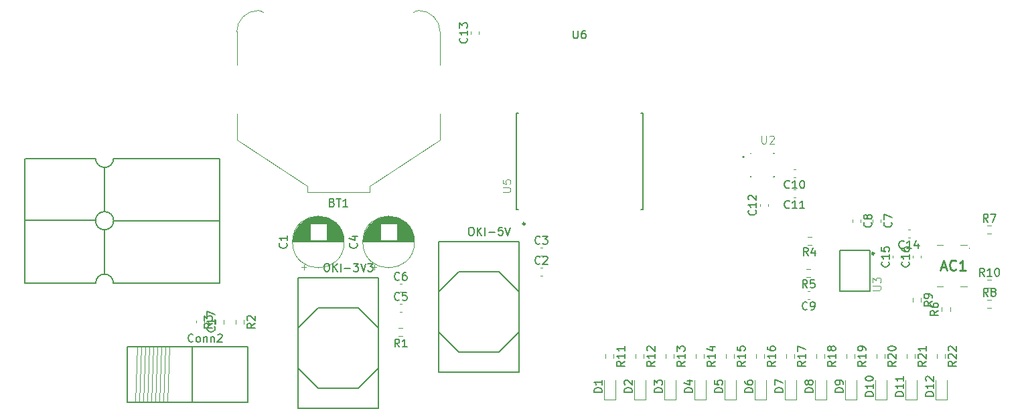
<source format=gbr>
%TF.GenerationSoftware,KiCad,Pcbnew,(5.1.10)-1*%
%TF.CreationDate,2021-11-15T22:54:34-06:00*%
%TF.ProjectId,NavBoard_Hardware,4e617642-6f61-4726-945f-486172647761,rev?*%
%TF.SameCoordinates,Original*%
%TF.FileFunction,Legend,Top*%
%TF.FilePolarity,Positive*%
%FSLAX46Y46*%
G04 Gerber Fmt 4.6, Leading zero omitted, Abs format (unit mm)*
G04 Created by KiCad (PCBNEW (5.1.10)-1) date 2021-11-15 22:54:34*
%MOMM*%
%LPD*%
G01*
G04 APERTURE LIST*
%ADD10C,0.100000*%
%ADD11C,0.120000*%
%ADD12C,0.150000*%
%ADD13C,0.050000*%
%ADD14C,0.127000*%
%ADD15C,0.300000*%
%ADD16C,0.200000*%
%ADD17C,0.304800*%
%ADD18C,0.254000*%
%ADD19C,0.015000*%
G04 APERTURE END LIST*
D10*
%TO.C,AC1*%
X122169000Y-57826600D02*
X121369000Y-57826600D01*
X121369000Y-63026600D02*
X122169000Y-63026600D01*
X124369000Y-63026600D02*
X125169000Y-63026600D01*
X124369000Y-57826600D02*
X125169000Y-57826600D01*
X125469000Y-58126600D02*
X125469000Y-58126600D01*
X125469000Y-58226600D02*
X125469000Y-58226600D01*
X125469000Y-58226600D02*
G75*
G03*
X125469000Y-58126600I0J50000D01*
G01*
X125469000Y-58126600D02*
G75*
G03*
X125469000Y-58226600I0J-50000D01*
G01*
D11*
%TO.C,BT1*%
X58570000Y-44500000D02*
X58570000Y-41200000D01*
X49670000Y-50350000D02*
X58570000Y-44500000D01*
X49670000Y-51150000D02*
X49670000Y-50350000D01*
X49670000Y-51150000D02*
X41770000Y-51150000D01*
X41770000Y-51150000D02*
X41770000Y-50350000D01*
X41770000Y-50350000D02*
X32870000Y-44500000D01*
X32870000Y-44500000D02*
X32870000Y-41200000D01*
X58570000Y-35000000D02*
X58570000Y-30800000D01*
X32870000Y-35000000D02*
X32870000Y-30800000D01*
X36241751Y-28428249D02*
G75*
G03*
X35570000Y-28150000I-671751J-671751D01*
G01*
X55198249Y-28428249D02*
G75*
G02*
X55870000Y-28150000I671751J-671751D01*
G01*
X58570000Y-30850000D02*
G75*
G03*
X55870000Y-28150000I-2700000J0D01*
G01*
X32870000Y-30850000D02*
G75*
G02*
X35570000Y-28150000I2700000J0D01*
G01*
%TO.C,C1*%
X41026000Y-60609241D02*
X41656000Y-60609241D01*
X41341000Y-60924241D02*
X41341000Y-60294241D01*
X42778000Y-54183000D02*
X43582000Y-54183000D01*
X42547000Y-54223000D02*
X43813000Y-54223000D01*
X42378000Y-54263000D02*
X43982000Y-54263000D01*
X42240000Y-54303000D02*
X44120000Y-54303000D01*
X42121000Y-54343000D02*
X44239000Y-54343000D01*
X42015000Y-54383000D02*
X44345000Y-54383000D01*
X41918000Y-54423000D02*
X44442000Y-54423000D01*
X41830000Y-54463000D02*
X44530000Y-54463000D01*
X41748000Y-54503000D02*
X44612000Y-54503000D01*
X41671000Y-54543000D02*
X44689000Y-54543000D01*
X41599000Y-54583000D02*
X44761000Y-54583000D01*
X41530000Y-54623000D02*
X44830000Y-54623000D01*
X41466000Y-54663000D02*
X44894000Y-54663000D01*
X41404000Y-54703000D02*
X44956000Y-54703000D01*
X41346000Y-54743000D02*
X45014000Y-54743000D01*
X41290000Y-54783000D02*
X45070000Y-54783000D01*
X41236000Y-54823000D02*
X45124000Y-54823000D01*
X41185000Y-54863000D02*
X45175000Y-54863000D01*
X41136000Y-54903000D02*
X45224000Y-54903000D01*
X41088000Y-54943000D02*
X45272000Y-54943000D01*
X41043000Y-54983000D02*
X45317000Y-54983000D01*
X40998000Y-55023000D02*
X45362000Y-55023000D01*
X40956000Y-55063000D02*
X45404000Y-55063000D01*
X40915000Y-55103000D02*
X45445000Y-55103000D01*
X44220000Y-55143000D02*
X45485000Y-55143000D01*
X40875000Y-55143000D02*
X42140000Y-55143000D01*
X44220000Y-55183000D02*
X45523000Y-55183000D01*
X40837000Y-55183000D02*
X42140000Y-55183000D01*
X44220000Y-55223000D02*
X45560000Y-55223000D01*
X40800000Y-55223000D02*
X42140000Y-55223000D01*
X44220000Y-55263000D02*
X45596000Y-55263000D01*
X40764000Y-55263000D02*
X42140000Y-55263000D01*
X44220000Y-55303000D02*
X45630000Y-55303000D01*
X40730000Y-55303000D02*
X42140000Y-55303000D01*
X44220000Y-55343000D02*
X45664000Y-55343000D01*
X40696000Y-55343000D02*
X42140000Y-55343000D01*
X44220000Y-55383000D02*
X45696000Y-55383000D01*
X40664000Y-55383000D02*
X42140000Y-55383000D01*
X44220000Y-55423000D02*
X45728000Y-55423000D01*
X40632000Y-55423000D02*
X42140000Y-55423000D01*
X44220000Y-55463000D02*
X45758000Y-55463000D01*
X40602000Y-55463000D02*
X42140000Y-55463000D01*
X44220000Y-55503000D02*
X45787000Y-55503000D01*
X40573000Y-55503000D02*
X42140000Y-55503000D01*
X44220000Y-55543000D02*
X45816000Y-55543000D01*
X40544000Y-55543000D02*
X42140000Y-55543000D01*
X44220000Y-55583000D02*
X45844000Y-55583000D01*
X40516000Y-55583000D02*
X42140000Y-55583000D01*
X44220000Y-55623000D02*
X45870000Y-55623000D01*
X40490000Y-55623000D02*
X42140000Y-55623000D01*
X44220000Y-55663000D02*
X45896000Y-55663000D01*
X40464000Y-55663000D02*
X42140000Y-55663000D01*
X44220000Y-55703000D02*
X45922000Y-55703000D01*
X40438000Y-55703000D02*
X42140000Y-55703000D01*
X44220000Y-55743000D02*
X45946000Y-55743000D01*
X40414000Y-55743000D02*
X42140000Y-55743000D01*
X44220000Y-55783000D02*
X45970000Y-55783000D01*
X40390000Y-55783000D02*
X42140000Y-55783000D01*
X44220000Y-55823000D02*
X45992000Y-55823000D01*
X40368000Y-55823000D02*
X42140000Y-55823000D01*
X44220000Y-55863000D02*
X46014000Y-55863000D01*
X40346000Y-55863000D02*
X42140000Y-55863000D01*
X44220000Y-55903000D02*
X46036000Y-55903000D01*
X40324000Y-55903000D02*
X42140000Y-55903000D01*
X44220000Y-55943000D02*
X46056000Y-55943000D01*
X40304000Y-55943000D02*
X42140000Y-55943000D01*
X44220000Y-55983000D02*
X46076000Y-55983000D01*
X40284000Y-55983000D02*
X42140000Y-55983000D01*
X44220000Y-56023000D02*
X46096000Y-56023000D01*
X40264000Y-56023000D02*
X42140000Y-56023000D01*
X44220000Y-56063000D02*
X46114000Y-56063000D01*
X40246000Y-56063000D02*
X42140000Y-56063000D01*
X44220000Y-56103000D02*
X46132000Y-56103000D01*
X40228000Y-56103000D02*
X42140000Y-56103000D01*
X44220000Y-56143000D02*
X46150000Y-56143000D01*
X40210000Y-56143000D02*
X42140000Y-56143000D01*
X44220000Y-56183000D02*
X46166000Y-56183000D01*
X40194000Y-56183000D02*
X42140000Y-56183000D01*
X44220000Y-56223000D02*
X46182000Y-56223000D01*
X40178000Y-56223000D02*
X42140000Y-56223000D01*
X44220000Y-56263000D02*
X46198000Y-56263000D01*
X40162000Y-56263000D02*
X42140000Y-56263000D01*
X44220000Y-56303000D02*
X46213000Y-56303000D01*
X40147000Y-56303000D02*
X42140000Y-56303000D01*
X44220000Y-56343000D02*
X46227000Y-56343000D01*
X40133000Y-56343000D02*
X42140000Y-56343000D01*
X44220000Y-56383000D02*
X46241000Y-56383000D01*
X40119000Y-56383000D02*
X42140000Y-56383000D01*
X44220000Y-56423000D02*
X46254000Y-56423000D01*
X40106000Y-56423000D02*
X42140000Y-56423000D01*
X44220000Y-56463000D02*
X46266000Y-56463000D01*
X40094000Y-56463000D02*
X42140000Y-56463000D01*
X44220000Y-56503000D02*
X46278000Y-56503000D01*
X40082000Y-56503000D02*
X42140000Y-56503000D01*
X44220000Y-56543000D02*
X46290000Y-56543000D01*
X40070000Y-56543000D02*
X42140000Y-56543000D01*
X44220000Y-56583000D02*
X46301000Y-56583000D01*
X40059000Y-56583000D02*
X42140000Y-56583000D01*
X44220000Y-56623000D02*
X46311000Y-56623000D01*
X40049000Y-56623000D02*
X42140000Y-56623000D01*
X44220000Y-56663000D02*
X46321000Y-56663000D01*
X40039000Y-56663000D02*
X42140000Y-56663000D01*
X44220000Y-56703000D02*
X46330000Y-56703000D01*
X40030000Y-56703000D02*
X42140000Y-56703000D01*
X44220000Y-56744000D02*
X46339000Y-56744000D01*
X40021000Y-56744000D02*
X42140000Y-56744000D01*
X44220000Y-56784000D02*
X46347000Y-56784000D01*
X40013000Y-56784000D02*
X42140000Y-56784000D01*
X44220000Y-56824000D02*
X46355000Y-56824000D01*
X40005000Y-56824000D02*
X42140000Y-56824000D01*
X44220000Y-56864000D02*
X46362000Y-56864000D01*
X39998000Y-56864000D02*
X42140000Y-56864000D01*
X44220000Y-56904000D02*
X46369000Y-56904000D01*
X39991000Y-56904000D02*
X42140000Y-56904000D01*
X44220000Y-56944000D02*
X46375000Y-56944000D01*
X39985000Y-56944000D02*
X42140000Y-56944000D01*
X44220000Y-56984000D02*
X46381000Y-56984000D01*
X39979000Y-56984000D02*
X42140000Y-56984000D01*
X44220000Y-57024000D02*
X46386000Y-57024000D01*
X39974000Y-57024000D02*
X42140000Y-57024000D01*
X44220000Y-57064000D02*
X46391000Y-57064000D01*
X39969000Y-57064000D02*
X42140000Y-57064000D01*
X44220000Y-57104000D02*
X46395000Y-57104000D01*
X39965000Y-57104000D02*
X42140000Y-57104000D01*
X44220000Y-57144000D02*
X46398000Y-57144000D01*
X39962000Y-57144000D02*
X42140000Y-57144000D01*
X44220000Y-57184000D02*
X46402000Y-57184000D01*
X39958000Y-57184000D02*
X42140000Y-57184000D01*
X39956000Y-57224000D02*
X46404000Y-57224000D01*
X39953000Y-57264000D02*
X46407000Y-57264000D01*
X39952000Y-57304000D02*
X46408000Y-57304000D01*
X39950000Y-57344000D02*
X46410000Y-57344000D01*
X39950000Y-57384000D02*
X46410000Y-57384000D01*
X39950000Y-57424000D02*
X46410000Y-57424000D01*
X46450000Y-57424000D02*
G75*
G03*
X46450000Y-57424000I-3270000J0D01*
G01*
%TO.C,C2*%
X71227733Y-61724000D02*
X71520267Y-61724000D01*
X71227733Y-60704000D02*
X71520267Y-60704000D01*
%TO.C,C3*%
X71227733Y-58164000D02*
X71520267Y-58164000D01*
X71227733Y-59184000D02*
X71520267Y-59184000D01*
%TO.C,C4*%
X55340000Y-57424000D02*
G75*
G03*
X55340000Y-57424000I-3270000J0D01*
G01*
X48840000Y-57424000D02*
X55300000Y-57424000D01*
X48840000Y-57384000D02*
X55300000Y-57384000D01*
X48840000Y-57344000D02*
X55300000Y-57344000D01*
X48842000Y-57304000D02*
X55298000Y-57304000D01*
X48843000Y-57264000D02*
X55297000Y-57264000D01*
X48846000Y-57224000D02*
X55294000Y-57224000D01*
X48848000Y-57184000D02*
X51030000Y-57184000D01*
X53110000Y-57184000D02*
X55292000Y-57184000D01*
X48852000Y-57144000D02*
X51030000Y-57144000D01*
X53110000Y-57144000D02*
X55288000Y-57144000D01*
X48855000Y-57104000D02*
X51030000Y-57104000D01*
X53110000Y-57104000D02*
X55285000Y-57104000D01*
X48859000Y-57064000D02*
X51030000Y-57064000D01*
X53110000Y-57064000D02*
X55281000Y-57064000D01*
X48864000Y-57024000D02*
X51030000Y-57024000D01*
X53110000Y-57024000D02*
X55276000Y-57024000D01*
X48869000Y-56984000D02*
X51030000Y-56984000D01*
X53110000Y-56984000D02*
X55271000Y-56984000D01*
X48875000Y-56944000D02*
X51030000Y-56944000D01*
X53110000Y-56944000D02*
X55265000Y-56944000D01*
X48881000Y-56904000D02*
X51030000Y-56904000D01*
X53110000Y-56904000D02*
X55259000Y-56904000D01*
X48888000Y-56864000D02*
X51030000Y-56864000D01*
X53110000Y-56864000D02*
X55252000Y-56864000D01*
X48895000Y-56824000D02*
X51030000Y-56824000D01*
X53110000Y-56824000D02*
X55245000Y-56824000D01*
X48903000Y-56784000D02*
X51030000Y-56784000D01*
X53110000Y-56784000D02*
X55237000Y-56784000D01*
X48911000Y-56744000D02*
X51030000Y-56744000D01*
X53110000Y-56744000D02*
X55229000Y-56744000D01*
X48920000Y-56703000D02*
X51030000Y-56703000D01*
X53110000Y-56703000D02*
X55220000Y-56703000D01*
X48929000Y-56663000D02*
X51030000Y-56663000D01*
X53110000Y-56663000D02*
X55211000Y-56663000D01*
X48939000Y-56623000D02*
X51030000Y-56623000D01*
X53110000Y-56623000D02*
X55201000Y-56623000D01*
X48949000Y-56583000D02*
X51030000Y-56583000D01*
X53110000Y-56583000D02*
X55191000Y-56583000D01*
X48960000Y-56543000D02*
X51030000Y-56543000D01*
X53110000Y-56543000D02*
X55180000Y-56543000D01*
X48972000Y-56503000D02*
X51030000Y-56503000D01*
X53110000Y-56503000D02*
X55168000Y-56503000D01*
X48984000Y-56463000D02*
X51030000Y-56463000D01*
X53110000Y-56463000D02*
X55156000Y-56463000D01*
X48996000Y-56423000D02*
X51030000Y-56423000D01*
X53110000Y-56423000D02*
X55144000Y-56423000D01*
X49009000Y-56383000D02*
X51030000Y-56383000D01*
X53110000Y-56383000D02*
X55131000Y-56383000D01*
X49023000Y-56343000D02*
X51030000Y-56343000D01*
X53110000Y-56343000D02*
X55117000Y-56343000D01*
X49037000Y-56303000D02*
X51030000Y-56303000D01*
X53110000Y-56303000D02*
X55103000Y-56303000D01*
X49052000Y-56263000D02*
X51030000Y-56263000D01*
X53110000Y-56263000D02*
X55088000Y-56263000D01*
X49068000Y-56223000D02*
X51030000Y-56223000D01*
X53110000Y-56223000D02*
X55072000Y-56223000D01*
X49084000Y-56183000D02*
X51030000Y-56183000D01*
X53110000Y-56183000D02*
X55056000Y-56183000D01*
X49100000Y-56143000D02*
X51030000Y-56143000D01*
X53110000Y-56143000D02*
X55040000Y-56143000D01*
X49118000Y-56103000D02*
X51030000Y-56103000D01*
X53110000Y-56103000D02*
X55022000Y-56103000D01*
X49136000Y-56063000D02*
X51030000Y-56063000D01*
X53110000Y-56063000D02*
X55004000Y-56063000D01*
X49154000Y-56023000D02*
X51030000Y-56023000D01*
X53110000Y-56023000D02*
X54986000Y-56023000D01*
X49174000Y-55983000D02*
X51030000Y-55983000D01*
X53110000Y-55983000D02*
X54966000Y-55983000D01*
X49194000Y-55943000D02*
X51030000Y-55943000D01*
X53110000Y-55943000D02*
X54946000Y-55943000D01*
X49214000Y-55903000D02*
X51030000Y-55903000D01*
X53110000Y-55903000D02*
X54926000Y-55903000D01*
X49236000Y-55863000D02*
X51030000Y-55863000D01*
X53110000Y-55863000D02*
X54904000Y-55863000D01*
X49258000Y-55823000D02*
X51030000Y-55823000D01*
X53110000Y-55823000D02*
X54882000Y-55823000D01*
X49280000Y-55783000D02*
X51030000Y-55783000D01*
X53110000Y-55783000D02*
X54860000Y-55783000D01*
X49304000Y-55743000D02*
X51030000Y-55743000D01*
X53110000Y-55743000D02*
X54836000Y-55743000D01*
X49328000Y-55703000D02*
X51030000Y-55703000D01*
X53110000Y-55703000D02*
X54812000Y-55703000D01*
X49354000Y-55663000D02*
X51030000Y-55663000D01*
X53110000Y-55663000D02*
X54786000Y-55663000D01*
X49380000Y-55623000D02*
X51030000Y-55623000D01*
X53110000Y-55623000D02*
X54760000Y-55623000D01*
X49406000Y-55583000D02*
X51030000Y-55583000D01*
X53110000Y-55583000D02*
X54734000Y-55583000D01*
X49434000Y-55543000D02*
X51030000Y-55543000D01*
X53110000Y-55543000D02*
X54706000Y-55543000D01*
X49463000Y-55503000D02*
X51030000Y-55503000D01*
X53110000Y-55503000D02*
X54677000Y-55503000D01*
X49492000Y-55463000D02*
X51030000Y-55463000D01*
X53110000Y-55463000D02*
X54648000Y-55463000D01*
X49522000Y-55423000D02*
X51030000Y-55423000D01*
X53110000Y-55423000D02*
X54618000Y-55423000D01*
X49554000Y-55383000D02*
X51030000Y-55383000D01*
X53110000Y-55383000D02*
X54586000Y-55383000D01*
X49586000Y-55343000D02*
X51030000Y-55343000D01*
X53110000Y-55343000D02*
X54554000Y-55343000D01*
X49620000Y-55303000D02*
X51030000Y-55303000D01*
X53110000Y-55303000D02*
X54520000Y-55303000D01*
X49654000Y-55263000D02*
X51030000Y-55263000D01*
X53110000Y-55263000D02*
X54486000Y-55263000D01*
X49690000Y-55223000D02*
X51030000Y-55223000D01*
X53110000Y-55223000D02*
X54450000Y-55223000D01*
X49727000Y-55183000D02*
X51030000Y-55183000D01*
X53110000Y-55183000D02*
X54413000Y-55183000D01*
X49765000Y-55143000D02*
X51030000Y-55143000D01*
X53110000Y-55143000D02*
X54375000Y-55143000D01*
X49805000Y-55103000D02*
X54335000Y-55103000D01*
X49846000Y-55063000D02*
X54294000Y-55063000D01*
X49888000Y-55023000D02*
X54252000Y-55023000D01*
X49933000Y-54983000D02*
X54207000Y-54983000D01*
X49978000Y-54943000D02*
X54162000Y-54943000D01*
X50026000Y-54903000D02*
X54114000Y-54903000D01*
X50075000Y-54863000D02*
X54065000Y-54863000D01*
X50126000Y-54823000D02*
X54014000Y-54823000D01*
X50180000Y-54783000D02*
X53960000Y-54783000D01*
X50236000Y-54743000D02*
X53904000Y-54743000D01*
X50294000Y-54703000D02*
X53846000Y-54703000D01*
X50356000Y-54663000D02*
X53784000Y-54663000D01*
X50420000Y-54623000D02*
X53720000Y-54623000D01*
X50489000Y-54583000D02*
X53651000Y-54583000D01*
X50561000Y-54543000D02*
X53579000Y-54543000D01*
X50638000Y-54503000D02*
X53502000Y-54503000D01*
X50720000Y-54463000D02*
X53420000Y-54463000D01*
X50808000Y-54423000D02*
X53332000Y-54423000D01*
X50905000Y-54383000D02*
X53235000Y-54383000D01*
X51011000Y-54343000D02*
X53129000Y-54343000D01*
X51130000Y-54303000D02*
X53010000Y-54303000D01*
X51268000Y-54263000D02*
X52872000Y-54263000D01*
X51437000Y-54223000D02*
X52703000Y-54223000D01*
X51668000Y-54183000D02*
X52472000Y-54183000D01*
X50231000Y-60924241D02*
X50231000Y-60294241D01*
X49916000Y-60609241D02*
X50546000Y-60609241D01*
%TO.C,C5*%
X53447733Y-66296000D02*
X53740267Y-66296000D01*
X53447733Y-65276000D02*
X53740267Y-65276000D01*
%TO.C,C6*%
X53447733Y-62736000D02*
X53740267Y-62736000D01*
X53447733Y-63756000D02*
X53740267Y-63756000D01*
%TO.C,C7*%
X114314700Y-54616133D02*
X114314700Y-54908667D01*
X113294700Y-54616133D02*
X113294700Y-54908667D01*
%TO.C,C8*%
X111774700Y-54616133D02*
X111774700Y-54908667D01*
X110754700Y-54616133D02*
X110754700Y-54908667D01*
%TO.C,C9*%
X105302267Y-64645000D02*
X105009733Y-64645000D01*
X105302267Y-63625000D02*
X105009733Y-63625000D01*
%TO.C,C10*%
X103524267Y-49278000D02*
X103231733Y-49278000D01*
X103524267Y-48258000D02*
X103231733Y-48258000D01*
%TO.C,C11*%
X103524267Y-50798000D02*
X103231733Y-50798000D01*
X103524267Y-51818000D02*
X103231733Y-51818000D01*
%TO.C,C12*%
X99007200Y-52914767D02*
X99007200Y-52622233D01*
X100027200Y-52914767D02*
X100027200Y-52622233D01*
%TO.C,C13*%
X62482000Y-31134267D02*
X62482000Y-30841733D01*
X63502000Y-31134267D02*
X63502000Y-30841733D01*
%TO.C,C14*%
X118002267Y-55878000D02*
X117709733Y-55878000D01*
X118002267Y-56898000D02*
X117709733Y-56898000D01*
%TO.C,C15*%
X115822000Y-59455267D02*
X115822000Y-59162733D01*
X116842000Y-59455267D02*
X116842000Y-59162733D01*
%TO.C,C16*%
X119382000Y-59455267D02*
X119382000Y-59162733D01*
X118362000Y-59455267D02*
X118362000Y-59162733D01*
%TO.C,C17*%
X28754800Y-67366933D02*
X28754800Y-67659467D01*
X27734800Y-67366933D02*
X27734800Y-67659467D01*
D12*
%TO.C,Conn1*%
X18440400Y-46863000D02*
X30734000Y-46863000D01*
X6121400Y-46863000D02*
X13868400Y-46863000D01*
X13868400Y-62611000D02*
X6121400Y-62611000D01*
X18440400Y-62611000D02*
X30734000Y-62611000D01*
X17297400Y-54737000D02*
G75*
G03*
X17297400Y-54737000I-1143000J0D01*
G01*
X16154400Y-52451000D02*
X16154400Y-49174400D01*
X18440400Y-54737000D02*
X30734000Y-54737000D01*
X16154400Y-57023000D02*
X16154400Y-60325000D01*
X18440400Y-54737000D02*
X17297400Y-54737000D01*
X16154400Y-52451000D02*
X16154400Y-53594000D01*
X6121400Y-54711600D02*
X15011400Y-54711600D01*
X16154400Y-57023000D02*
X16154400Y-55880000D01*
X16154400Y-48006000D02*
X16154400Y-49174400D01*
X18415000Y-46863000D02*
X17322800Y-46863000D01*
X13843000Y-62611000D02*
X15011400Y-62611000D01*
X16154400Y-60299600D02*
X16154400Y-61468000D01*
X18465800Y-62611000D02*
X17272000Y-62611000D01*
X15011400Y-46863000D02*
X13792200Y-46863000D01*
X30734000Y-46863000D02*
X30734000Y-62611000D01*
X6096000Y-46863000D02*
X6096000Y-62611000D01*
X17272000Y-62611000D02*
G75*
G03*
X16154400Y-61493400I-1117600J0D01*
G01*
X16154400Y-61493400D02*
G75*
G03*
X15036800Y-62611000I0J-1117600D01*
G01*
X16154400Y-48006000D02*
G75*
G03*
X17297400Y-46863000I0J1143000D01*
G01*
X15011400Y-46863000D02*
G75*
G03*
X16154400Y-48006000I1143000J0D01*
G01*
D13*
%TO.C,Conn2*%
X20066000Y-77724000D02*
X20320000Y-70612000D01*
D12*
X19034000Y-70668000D02*
X19034000Y-77668000D01*
X34234000Y-70668000D02*
X19034000Y-70668000D01*
X34234000Y-77668000D02*
X19034000Y-77668000D01*
X34234000Y-77668000D02*
X34234000Y-70668000D01*
X27234000Y-77668000D02*
X34234000Y-77668000D01*
X27234000Y-70668000D02*
X27234000Y-77668000D01*
X34234000Y-70668000D02*
X27234000Y-70668000D01*
D13*
X20574000Y-77724000D02*
X20828000Y-70612000D01*
X21082000Y-77724000D02*
X21336000Y-70612000D01*
X21590000Y-77724000D02*
X21844000Y-70612000D01*
X22098000Y-77724000D02*
X22352000Y-70612000D01*
X22606000Y-77724000D02*
X22860000Y-70612000D01*
X23114000Y-77724000D02*
X23368000Y-70612000D01*
X23622000Y-77724000D02*
X23876000Y-70612000D01*
X24130000Y-77724000D02*
X24384000Y-70612000D01*
D11*
%TO.C,D1*%
X80745000Y-77352000D02*
X80745000Y-74892000D01*
X79275000Y-77352000D02*
X80745000Y-77352000D01*
X79275000Y-74892000D02*
X79275000Y-77352000D01*
%TO.C,D2*%
X83085000Y-74892000D02*
X83085000Y-77352000D01*
X83085000Y-77352000D02*
X84555000Y-77352000D01*
X84555000Y-77352000D02*
X84555000Y-74892000D01*
%TO.C,D3*%
X86895000Y-74892000D02*
X86895000Y-77352000D01*
X86895000Y-77352000D02*
X88365000Y-77352000D01*
X88365000Y-77352000D02*
X88365000Y-74892000D01*
%TO.C,D4*%
X92175000Y-77352000D02*
X92175000Y-74892000D01*
X90705000Y-77352000D02*
X92175000Y-77352000D01*
X90705000Y-74892000D02*
X90705000Y-77352000D01*
%TO.C,D5*%
X95985000Y-77352000D02*
X95985000Y-74892000D01*
X94515000Y-77352000D02*
X95985000Y-77352000D01*
X94515000Y-74892000D02*
X94515000Y-77352000D01*
%TO.C,D6*%
X99795000Y-77352000D02*
X99795000Y-74892000D01*
X98325000Y-77352000D02*
X99795000Y-77352000D01*
X98325000Y-74892000D02*
X98325000Y-77352000D01*
%TO.C,D7*%
X102135000Y-74892000D02*
X102135000Y-77352000D01*
X102135000Y-77352000D02*
X103605000Y-77352000D01*
X103605000Y-77352000D02*
X103605000Y-74892000D01*
%TO.C,D8*%
X105945000Y-74892000D02*
X105945000Y-77352000D01*
X105945000Y-77352000D02*
X107415000Y-77352000D01*
X107415000Y-77352000D02*
X107415000Y-74892000D01*
%TO.C,D9*%
X111225000Y-77352000D02*
X111225000Y-74892000D01*
X109755000Y-77352000D02*
X111225000Y-77352000D01*
X109755000Y-74892000D02*
X109755000Y-77352000D01*
%TO.C,D10*%
X115035000Y-77352000D02*
X115035000Y-74892000D01*
X113565000Y-77352000D02*
X115035000Y-77352000D01*
X113565000Y-74892000D02*
X113565000Y-77352000D01*
%TO.C,D11*%
X117375000Y-74892000D02*
X117375000Y-77352000D01*
X117375000Y-77352000D02*
X118845000Y-77352000D01*
X118845000Y-77352000D02*
X118845000Y-74892000D01*
%TO.C,D12*%
X121185000Y-74892000D02*
X121185000Y-77352000D01*
X121185000Y-77352000D02*
X122655000Y-77352000D01*
X122655000Y-77352000D02*
X122655000Y-74892000D01*
%TO.C,R1*%
X53848724Y-69356500D02*
X53339276Y-69356500D01*
X53848724Y-68311500D02*
X53339276Y-68311500D01*
%TO.C,R2*%
X33796500Y-67309276D02*
X33796500Y-67818724D01*
X32751500Y-67309276D02*
X32751500Y-67818724D01*
%TO.C,R3*%
X31256500Y-67818724D02*
X31256500Y-67309276D01*
X30211500Y-67818724D02*
X30211500Y-67309276D01*
%TO.C,R4*%
X105514224Y-56754500D02*
X105004776Y-56754500D01*
X105514224Y-57799500D02*
X105004776Y-57799500D01*
%TO.C,R5*%
X105410724Y-61863500D02*
X104901276Y-61863500D01*
X105410724Y-60818500D02*
X104901276Y-60818500D01*
%TO.C,R6*%
X122007100Y-66191224D02*
X122007100Y-65681776D01*
X123052100Y-66191224D02*
X123052100Y-65681776D01*
%TO.C,R7*%
X127761276Y-56402500D02*
X128270724Y-56402500D01*
X127761276Y-55357500D02*
X128270724Y-55357500D01*
%TO.C,R8*%
X127761276Y-65800500D02*
X128270724Y-65800500D01*
X127761276Y-64755500D02*
X128270724Y-64755500D01*
%TO.C,R9*%
X119394500Y-64515276D02*
X119394500Y-65024724D01*
X118349500Y-64515276D02*
X118349500Y-65024724D01*
%TO.C,R10*%
X127761276Y-62215500D02*
X128270724Y-62215500D01*
X127761276Y-63260500D02*
X128270724Y-63260500D01*
%TO.C,R11*%
X79487500Y-71627276D02*
X79487500Y-72136724D01*
X80532500Y-71627276D02*
X80532500Y-72136724D01*
%TO.C,R12*%
X84342500Y-71627276D02*
X84342500Y-72136724D01*
X83297500Y-71627276D02*
X83297500Y-72136724D01*
%TO.C,R13*%
X87107500Y-71627276D02*
X87107500Y-72136724D01*
X88152500Y-71627276D02*
X88152500Y-72136724D01*
%TO.C,R14*%
X90917500Y-71627276D02*
X90917500Y-72136724D01*
X91962500Y-71627276D02*
X91962500Y-72136724D01*
%TO.C,R15*%
X95772500Y-71627276D02*
X95772500Y-72136724D01*
X94727500Y-71627276D02*
X94727500Y-72136724D01*
%TO.C,R16*%
X98537500Y-71627276D02*
X98537500Y-72136724D01*
X99582500Y-71627276D02*
X99582500Y-72136724D01*
%TO.C,R17*%
X103392500Y-71627276D02*
X103392500Y-72136724D01*
X102347500Y-71627276D02*
X102347500Y-72136724D01*
%TO.C,R18*%
X106157500Y-71627276D02*
X106157500Y-72136724D01*
X107202500Y-71627276D02*
X107202500Y-72136724D01*
%TO.C,R19*%
X111012500Y-71627276D02*
X111012500Y-72136724D01*
X109967500Y-71627276D02*
X109967500Y-72136724D01*
%TO.C,R20*%
X113777500Y-71627276D02*
X113777500Y-72136724D01*
X114822500Y-71627276D02*
X114822500Y-72136724D01*
%TO.C,R21*%
X118632500Y-71627276D02*
X118632500Y-72136724D01*
X117587500Y-71627276D02*
X117587500Y-72136724D01*
%TO.C,R22*%
X121397500Y-71627276D02*
X121397500Y-72136724D01*
X122442500Y-71627276D02*
X122442500Y-72136724D01*
D12*
%TO.C,U1*%
X58420000Y-73914000D02*
X58420000Y-57404000D01*
X68580000Y-57404000D02*
X68580000Y-73914000D01*
X58420000Y-57404000D02*
X68580000Y-57404000D01*
X58420000Y-73914000D02*
X68580000Y-73914000D01*
X60960000Y-61214000D02*
X66040000Y-61214000D01*
X58420000Y-63754000D02*
X60960000Y-61214000D01*
X58420000Y-68834000D02*
X58420000Y-63754000D01*
X60960000Y-71374000D02*
X58420000Y-68834000D01*
X66040000Y-71374000D02*
X60960000Y-71374000D01*
X68580000Y-68834000D02*
X66040000Y-71374000D01*
X68580000Y-63754000D02*
X68580000Y-68834000D01*
X66040000Y-61214000D02*
X68580000Y-63754000D01*
%TO.C,U4*%
X48260000Y-65786000D02*
X50800000Y-68326000D01*
X50800000Y-68326000D02*
X50800000Y-73406000D01*
X50800000Y-73406000D02*
X48260000Y-75946000D01*
X48260000Y-75946000D02*
X43180000Y-75946000D01*
X43180000Y-75946000D02*
X40640000Y-73406000D01*
X40640000Y-73406000D02*
X40640000Y-68326000D01*
X40640000Y-68326000D02*
X43180000Y-65786000D01*
X43180000Y-65786000D02*
X48260000Y-65786000D01*
X40640000Y-78486000D02*
X50800000Y-78486000D01*
X40640000Y-61976000D02*
X50800000Y-61976000D01*
X50800000Y-61976000D02*
X50800000Y-78486000D01*
X40640000Y-78486000D02*
X40640000Y-61976000D01*
D14*
%TO.C,U5*%
X84200000Y-41144000D02*
X83950000Y-41144000D01*
X84200000Y-53344000D02*
X84200000Y-41144000D01*
X83950000Y-53344000D02*
X84200000Y-53344000D01*
X68200000Y-41144000D02*
X68450000Y-41144000D01*
X68200000Y-53344000D02*
X68200000Y-41144000D01*
X68450000Y-53344000D02*
X68200000Y-53344000D01*
D15*
X69264000Y-55133000D02*
G75*
G03*
X69264000Y-55133000I-100000J0D01*
G01*
D14*
%TO.C,U2*%
X100814000Y-46175800D02*
X100744000Y-46175800D01*
X100814000Y-46245800D02*
X100814000Y-46175800D01*
X100814000Y-49175800D02*
X100814000Y-49105800D01*
X100744000Y-49175800D02*
X100814000Y-49175800D01*
X97814000Y-49175800D02*
X97884000Y-49175800D01*
X97814000Y-49105800D02*
X97814000Y-49175800D01*
D16*
X97014000Y-46675800D02*
G75*
G03*
X97014000Y-46675800I-100000J0D01*
G01*
D14*
X97814000Y-46175800D02*
X97814000Y-46245800D01*
X97884000Y-46175800D02*
X97814000Y-46175800D01*
D17*
%TO.C,U3*%
X113398000Y-58887000D02*
G75*
G03*
X113398000Y-58887000I-100000J0D01*
G01*
D14*
X112898000Y-63687000D02*
X112898000Y-58487000D01*
X109098000Y-63687000D02*
X112898000Y-63687000D01*
X109098000Y-58487000D02*
X109098000Y-63687000D01*
X112898000Y-58487000D02*
X109098000Y-58487000D01*
%TO.C,U6*%
D12*
X75438095Y-30686380D02*
X75438095Y-31495904D01*
X75485714Y-31591142D01*
X75533333Y-31638761D01*
X75628571Y-31686380D01*
X75819047Y-31686380D01*
X75914285Y-31638761D01*
X75961904Y-31591142D01*
X76009523Y-31495904D01*
X76009523Y-30686380D01*
X76914285Y-30686380D02*
X76723809Y-30686380D01*
X76628571Y-30734000D01*
X76580952Y-30781619D01*
X76485714Y-30924476D01*
X76438095Y-31114952D01*
X76438095Y-31495904D01*
X76485714Y-31591142D01*
X76533333Y-31638761D01*
X76628571Y-31686380D01*
X76819047Y-31686380D01*
X76914285Y-31638761D01*
X76961904Y-31591142D01*
X77009523Y-31495904D01*
X77009523Y-31257809D01*
X76961904Y-31162571D01*
X76914285Y-31114952D01*
X76819047Y-31067333D01*
X76628571Y-31067333D01*
X76533333Y-31114952D01*
X76485714Y-31162571D01*
X76438095Y-31257809D01*
%TO.C,AC1*%
D18*
X121901857Y-60638266D02*
X122506619Y-60638266D01*
X121780904Y-61001123D02*
X122204238Y-59731123D01*
X122627571Y-61001123D01*
X123776619Y-60880171D02*
X123716142Y-60940647D01*
X123534714Y-61001123D01*
X123413761Y-61001123D01*
X123232333Y-60940647D01*
X123111380Y-60819695D01*
X123050904Y-60698742D01*
X122990428Y-60456838D01*
X122990428Y-60275409D01*
X123050904Y-60033504D01*
X123111380Y-59912552D01*
X123232333Y-59791600D01*
X123413761Y-59731123D01*
X123534714Y-59731123D01*
X123716142Y-59791600D01*
X123776619Y-59852076D01*
X124986142Y-61001123D02*
X124260428Y-61001123D01*
X124623285Y-61001123D02*
X124623285Y-59731123D01*
X124502333Y-59912552D01*
X124381380Y-60033504D01*
X124260428Y-60093980D01*
%TO.C,BT1*%
D12*
X44934285Y-52428571D02*
X45077142Y-52476190D01*
X45124761Y-52523809D01*
X45172380Y-52619047D01*
X45172380Y-52761904D01*
X45124761Y-52857142D01*
X45077142Y-52904761D01*
X44981904Y-52952380D01*
X44600952Y-52952380D01*
X44600952Y-51952380D01*
X44934285Y-51952380D01*
X45029523Y-52000000D01*
X45077142Y-52047619D01*
X45124761Y-52142857D01*
X45124761Y-52238095D01*
X45077142Y-52333333D01*
X45029523Y-52380952D01*
X44934285Y-52428571D01*
X44600952Y-52428571D01*
X45458095Y-51952380D02*
X46029523Y-51952380D01*
X45743809Y-52952380D02*
X45743809Y-51952380D01*
X46886666Y-52952380D02*
X46315238Y-52952380D01*
X46600952Y-52952380D02*
X46600952Y-51952380D01*
X46505714Y-52095238D01*
X46410476Y-52190476D01*
X46315238Y-52238095D01*
%TO.C,C1*%
X39137142Y-57590666D02*
X39184761Y-57638285D01*
X39232380Y-57781142D01*
X39232380Y-57876380D01*
X39184761Y-58019238D01*
X39089523Y-58114476D01*
X38994285Y-58162095D01*
X38803809Y-58209714D01*
X38660952Y-58209714D01*
X38470476Y-58162095D01*
X38375238Y-58114476D01*
X38280000Y-58019238D01*
X38232380Y-57876380D01*
X38232380Y-57781142D01*
X38280000Y-57638285D01*
X38327619Y-57590666D01*
X39232380Y-56638285D02*
X39232380Y-57209714D01*
X39232380Y-56924000D02*
X38232380Y-56924000D01*
X38375238Y-57019238D01*
X38470476Y-57114476D01*
X38518095Y-57209714D01*
%TO.C,C2*%
X71207333Y-60141142D02*
X71159714Y-60188761D01*
X71016857Y-60236380D01*
X70921619Y-60236380D01*
X70778761Y-60188761D01*
X70683523Y-60093523D01*
X70635904Y-59998285D01*
X70588285Y-59807809D01*
X70588285Y-59664952D01*
X70635904Y-59474476D01*
X70683523Y-59379238D01*
X70778761Y-59284000D01*
X70921619Y-59236380D01*
X71016857Y-59236380D01*
X71159714Y-59284000D01*
X71207333Y-59331619D01*
X71588285Y-59331619D02*
X71635904Y-59284000D01*
X71731142Y-59236380D01*
X71969238Y-59236380D01*
X72064476Y-59284000D01*
X72112095Y-59331619D01*
X72159714Y-59426857D01*
X72159714Y-59522095D01*
X72112095Y-59664952D01*
X71540666Y-60236380D01*
X72159714Y-60236380D01*
%TO.C,C3*%
X71207333Y-57601142D02*
X71159714Y-57648761D01*
X71016857Y-57696380D01*
X70921619Y-57696380D01*
X70778761Y-57648761D01*
X70683523Y-57553523D01*
X70635904Y-57458285D01*
X70588285Y-57267809D01*
X70588285Y-57124952D01*
X70635904Y-56934476D01*
X70683523Y-56839238D01*
X70778761Y-56744000D01*
X70921619Y-56696380D01*
X71016857Y-56696380D01*
X71159714Y-56744000D01*
X71207333Y-56791619D01*
X71540666Y-56696380D02*
X72159714Y-56696380D01*
X71826380Y-57077333D01*
X71969238Y-57077333D01*
X72064476Y-57124952D01*
X72112095Y-57172571D01*
X72159714Y-57267809D01*
X72159714Y-57505904D01*
X72112095Y-57601142D01*
X72064476Y-57648761D01*
X71969238Y-57696380D01*
X71683523Y-57696380D01*
X71588285Y-57648761D01*
X71540666Y-57601142D01*
%TO.C,C4*%
X48027142Y-57590666D02*
X48074761Y-57638285D01*
X48122380Y-57781142D01*
X48122380Y-57876380D01*
X48074761Y-58019238D01*
X47979523Y-58114476D01*
X47884285Y-58162095D01*
X47693809Y-58209714D01*
X47550952Y-58209714D01*
X47360476Y-58162095D01*
X47265238Y-58114476D01*
X47170000Y-58019238D01*
X47122380Y-57876380D01*
X47122380Y-57781142D01*
X47170000Y-57638285D01*
X47217619Y-57590666D01*
X47455714Y-56733523D02*
X48122380Y-56733523D01*
X47074761Y-56971619D02*
X47789047Y-57209714D01*
X47789047Y-56590666D01*
%TO.C,C5*%
X53427333Y-64713142D02*
X53379714Y-64760761D01*
X53236857Y-64808380D01*
X53141619Y-64808380D01*
X52998761Y-64760761D01*
X52903523Y-64665523D01*
X52855904Y-64570285D01*
X52808285Y-64379809D01*
X52808285Y-64236952D01*
X52855904Y-64046476D01*
X52903523Y-63951238D01*
X52998761Y-63856000D01*
X53141619Y-63808380D01*
X53236857Y-63808380D01*
X53379714Y-63856000D01*
X53427333Y-63903619D01*
X54332095Y-63808380D02*
X53855904Y-63808380D01*
X53808285Y-64284571D01*
X53855904Y-64236952D01*
X53951142Y-64189333D01*
X54189238Y-64189333D01*
X54284476Y-64236952D01*
X54332095Y-64284571D01*
X54379714Y-64379809D01*
X54379714Y-64617904D01*
X54332095Y-64713142D01*
X54284476Y-64760761D01*
X54189238Y-64808380D01*
X53951142Y-64808380D01*
X53855904Y-64760761D01*
X53808285Y-64713142D01*
%TO.C,C6*%
X53427333Y-62173142D02*
X53379714Y-62220761D01*
X53236857Y-62268380D01*
X53141619Y-62268380D01*
X52998761Y-62220761D01*
X52903523Y-62125523D01*
X52855904Y-62030285D01*
X52808285Y-61839809D01*
X52808285Y-61696952D01*
X52855904Y-61506476D01*
X52903523Y-61411238D01*
X52998761Y-61316000D01*
X53141619Y-61268380D01*
X53236857Y-61268380D01*
X53379714Y-61316000D01*
X53427333Y-61363619D01*
X54284476Y-61268380D02*
X54094000Y-61268380D01*
X53998761Y-61316000D01*
X53951142Y-61363619D01*
X53855904Y-61506476D01*
X53808285Y-61696952D01*
X53808285Y-62077904D01*
X53855904Y-62173142D01*
X53903523Y-62220761D01*
X53998761Y-62268380D01*
X54189238Y-62268380D01*
X54284476Y-62220761D01*
X54332095Y-62173142D01*
X54379714Y-62077904D01*
X54379714Y-61839809D01*
X54332095Y-61744571D01*
X54284476Y-61696952D01*
X54189238Y-61649333D01*
X53998761Y-61649333D01*
X53903523Y-61696952D01*
X53855904Y-61744571D01*
X53808285Y-61839809D01*
%TO.C,C7*%
X115591842Y-54929066D02*
X115639461Y-54976685D01*
X115687080Y-55119542D01*
X115687080Y-55214780D01*
X115639461Y-55357638D01*
X115544223Y-55452876D01*
X115448985Y-55500495D01*
X115258509Y-55548114D01*
X115115652Y-55548114D01*
X114925176Y-55500495D01*
X114829938Y-55452876D01*
X114734700Y-55357638D01*
X114687080Y-55214780D01*
X114687080Y-55119542D01*
X114734700Y-54976685D01*
X114782319Y-54929066D01*
X114687080Y-54595733D02*
X114687080Y-53929066D01*
X115687080Y-54357638D01*
%TO.C,C8*%
X113051842Y-54929066D02*
X113099461Y-54976685D01*
X113147080Y-55119542D01*
X113147080Y-55214780D01*
X113099461Y-55357638D01*
X113004223Y-55452876D01*
X112908985Y-55500495D01*
X112718509Y-55548114D01*
X112575652Y-55548114D01*
X112385176Y-55500495D01*
X112289938Y-55452876D01*
X112194700Y-55357638D01*
X112147080Y-55214780D01*
X112147080Y-55119542D01*
X112194700Y-54976685D01*
X112242319Y-54929066D01*
X112575652Y-54357638D02*
X112528033Y-54452876D01*
X112480414Y-54500495D01*
X112385176Y-54548114D01*
X112337557Y-54548114D01*
X112242319Y-54500495D01*
X112194700Y-54452876D01*
X112147080Y-54357638D01*
X112147080Y-54167161D01*
X112194700Y-54071923D01*
X112242319Y-54024304D01*
X112337557Y-53976685D01*
X112385176Y-53976685D01*
X112480414Y-54024304D01*
X112528033Y-54071923D01*
X112575652Y-54167161D01*
X112575652Y-54357638D01*
X112623271Y-54452876D01*
X112670890Y-54500495D01*
X112766128Y-54548114D01*
X112956604Y-54548114D01*
X113051842Y-54500495D01*
X113099461Y-54452876D01*
X113147080Y-54357638D01*
X113147080Y-54167161D01*
X113099461Y-54071923D01*
X113051842Y-54024304D01*
X112956604Y-53976685D01*
X112766128Y-53976685D01*
X112670890Y-54024304D01*
X112623271Y-54071923D01*
X112575652Y-54167161D01*
%TO.C,C9*%
X104989333Y-65922142D02*
X104941714Y-65969761D01*
X104798857Y-66017380D01*
X104703619Y-66017380D01*
X104560761Y-65969761D01*
X104465523Y-65874523D01*
X104417904Y-65779285D01*
X104370285Y-65588809D01*
X104370285Y-65445952D01*
X104417904Y-65255476D01*
X104465523Y-65160238D01*
X104560761Y-65065000D01*
X104703619Y-65017380D01*
X104798857Y-65017380D01*
X104941714Y-65065000D01*
X104989333Y-65112619D01*
X105465523Y-66017380D02*
X105656000Y-66017380D01*
X105751238Y-65969761D01*
X105798857Y-65922142D01*
X105894095Y-65779285D01*
X105941714Y-65588809D01*
X105941714Y-65207857D01*
X105894095Y-65112619D01*
X105846476Y-65065000D01*
X105751238Y-65017380D01*
X105560761Y-65017380D01*
X105465523Y-65065000D01*
X105417904Y-65112619D01*
X105370285Y-65207857D01*
X105370285Y-65445952D01*
X105417904Y-65541190D01*
X105465523Y-65588809D01*
X105560761Y-65636428D01*
X105751238Y-65636428D01*
X105846476Y-65588809D01*
X105894095Y-65541190D01*
X105941714Y-65445952D01*
%TO.C,C10*%
X102735142Y-50555142D02*
X102687523Y-50602761D01*
X102544666Y-50650380D01*
X102449428Y-50650380D01*
X102306571Y-50602761D01*
X102211333Y-50507523D01*
X102163714Y-50412285D01*
X102116095Y-50221809D01*
X102116095Y-50078952D01*
X102163714Y-49888476D01*
X102211333Y-49793238D01*
X102306571Y-49698000D01*
X102449428Y-49650380D01*
X102544666Y-49650380D01*
X102687523Y-49698000D01*
X102735142Y-49745619D01*
X103687523Y-50650380D02*
X103116095Y-50650380D01*
X103401809Y-50650380D02*
X103401809Y-49650380D01*
X103306571Y-49793238D01*
X103211333Y-49888476D01*
X103116095Y-49936095D01*
X104306571Y-49650380D02*
X104401809Y-49650380D01*
X104497047Y-49698000D01*
X104544666Y-49745619D01*
X104592285Y-49840857D01*
X104639904Y-50031333D01*
X104639904Y-50269428D01*
X104592285Y-50459904D01*
X104544666Y-50555142D01*
X104497047Y-50602761D01*
X104401809Y-50650380D01*
X104306571Y-50650380D01*
X104211333Y-50602761D01*
X104163714Y-50555142D01*
X104116095Y-50459904D01*
X104068476Y-50269428D01*
X104068476Y-50031333D01*
X104116095Y-49840857D01*
X104163714Y-49745619D01*
X104211333Y-49698000D01*
X104306571Y-49650380D01*
%TO.C,C11*%
X102735142Y-53095142D02*
X102687523Y-53142761D01*
X102544666Y-53190380D01*
X102449428Y-53190380D01*
X102306571Y-53142761D01*
X102211333Y-53047523D01*
X102163714Y-52952285D01*
X102116095Y-52761809D01*
X102116095Y-52618952D01*
X102163714Y-52428476D01*
X102211333Y-52333238D01*
X102306571Y-52238000D01*
X102449428Y-52190380D01*
X102544666Y-52190380D01*
X102687523Y-52238000D01*
X102735142Y-52285619D01*
X103687523Y-53190380D02*
X103116095Y-53190380D01*
X103401809Y-53190380D02*
X103401809Y-52190380D01*
X103306571Y-52333238D01*
X103211333Y-52428476D01*
X103116095Y-52476095D01*
X104639904Y-53190380D02*
X104068476Y-53190380D01*
X104354190Y-53190380D02*
X104354190Y-52190380D01*
X104258952Y-52333238D01*
X104163714Y-52428476D01*
X104068476Y-52476095D01*
%TO.C,C12*%
X98444342Y-53411357D02*
X98491961Y-53458976D01*
X98539580Y-53601833D01*
X98539580Y-53697071D01*
X98491961Y-53839928D01*
X98396723Y-53935166D01*
X98301485Y-53982785D01*
X98111009Y-54030404D01*
X97968152Y-54030404D01*
X97777676Y-53982785D01*
X97682438Y-53935166D01*
X97587200Y-53839928D01*
X97539580Y-53697071D01*
X97539580Y-53601833D01*
X97587200Y-53458976D01*
X97634819Y-53411357D01*
X98539580Y-52458976D02*
X98539580Y-53030404D01*
X98539580Y-52744690D02*
X97539580Y-52744690D01*
X97682438Y-52839928D01*
X97777676Y-52935166D01*
X97825295Y-53030404D01*
X97634819Y-52078023D02*
X97587200Y-52030404D01*
X97539580Y-51935166D01*
X97539580Y-51697071D01*
X97587200Y-51601833D01*
X97634819Y-51554214D01*
X97730057Y-51506595D01*
X97825295Y-51506595D01*
X97968152Y-51554214D01*
X98539580Y-52125642D01*
X98539580Y-51506595D01*
%TO.C,C13*%
X61919142Y-31630857D02*
X61966761Y-31678476D01*
X62014380Y-31821333D01*
X62014380Y-31916571D01*
X61966761Y-32059428D01*
X61871523Y-32154666D01*
X61776285Y-32202285D01*
X61585809Y-32249904D01*
X61442952Y-32249904D01*
X61252476Y-32202285D01*
X61157238Y-32154666D01*
X61062000Y-32059428D01*
X61014380Y-31916571D01*
X61014380Y-31821333D01*
X61062000Y-31678476D01*
X61109619Y-31630857D01*
X62014380Y-30678476D02*
X62014380Y-31249904D01*
X62014380Y-30964190D02*
X61014380Y-30964190D01*
X61157238Y-31059428D01*
X61252476Y-31154666D01*
X61300095Y-31249904D01*
X61014380Y-30345142D02*
X61014380Y-29726095D01*
X61395333Y-30059428D01*
X61395333Y-29916571D01*
X61442952Y-29821333D01*
X61490571Y-29773714D01*
X61585809Y-29726095D01*
X61823904Y-29726095D01*
X61919142Y-29773714D01*
X61966761Y-29821333D01*
X62014380Y-29916571D01*
X62014380Y-30202285D01*
X61966761Y-30297523D01*
X61919142Y-30345142D01*
%TO.C,C14*%
X117213142Y-58175142D02*
X117165523Y-58222761D01*
X117022666Y-58270380D01*
X116927428Y-58270380D01*
X116784571Y-58222761D01*
X116689333Y-58127523D01*
X116641714Y-58032285D01*
X116594095Y-57841809D01*
X116594095Y-57698952D01*
X116641714Y-57508476D01*
X116689333Y-57413238D01*
X116784571Y-57318000D01*
X116927428Y-57270380D01*
X117022666Y-57270380D01*
X117165523Y-57318000D01*
X117213142Y-57365619D01*
X118165523Y-58270380D02*
X117594095Y-58270380D01*
X117879809Y-58270380D02*
X117879809Y-57270380D01*
X117784571Y-57413238D01*
X117689333Y-57508476D01*
X117594095Y-57556095D01*
X119022666Y-57603714D02*
X119022666Y-58270380D01*
X118784571Y-57222761D02*
X118546476Y-57937047D01*
X119165523Y-57937047D01*
%TO.C,C15*%
X115259142Y-59951857D02*
X115306761Y-59999476D01*
X115354380Y-60142333D01*
X115354380Y-60237571D01*
X115306761Y-60380428D01*
X115211523Y-60475666D01*
X115116285Y-60523285D01*
X114925809Y-60570904D01*
X114782952Y-60570904D01*
X114592476Y-60523285D01*
X114497238Y-60475666D01*
X114402000Y-60380428D01*
X114354380Y-60237571D01*
X114354380Y-60142333D01*
X114402000Y-59999476D01*
X114449619Y-59951857D01*
X115354380Y-58999476D02*
X115354380Y-59570904D01*
X115354380Y-59285190D02*
X114354380Y-59285190D01*
X114497238Y-59380428D01*
X114592476Y-59475666D01*
X114640095Y-59570904D01*
X114354380Y-58094714D02*
X114354380Y-58570904D01*
X114830571Y-58618523D01*
X114782952Y-58570904D01*
X114735333Y-58475666D01*
X114735333Y-58237571D01*
X114782952Y-58142333D01*
X114830571Y-58094714D01*
X114925809Y-58047095D01*
X115163904Y-58047095D01*
X115259142Y-58094714D01*
X115306761Y-58142333D01*
X115354380Y-58237571D01*
X115354380Y-58475666D01*
X115306761Y-58570904D01*
X115259142Y-58618523D01*
%TO.C,C16*%
X117799142Y-59951857D02*
X117846761Y-59999476D01*
X117894380Y-60142333D01*
X117894380Y-60237571D01*
X117846761Y-60380428D01*
X117751523Y-60475666D01*
X117656285Y-60523285D01*
X117465809Y-60570904D01*
X117322952Y-60570904D01*
X117132476Y-60523285D01*
X117037238Y-60475666D01*
X116942000Y-60380428D01*
X116894380Y-60237571D01*
X116894380Y-60142333D01*
X116942000Y-59999476D01*
X116989619Y-59951857D01*
X117894380Y-58999476D02*
X117894380Y-59570904D01*
X117894380Y-59285190D02*
X116894380Y-59285190D01*
X117037238Y-59380428D01*
X117132476Y-59475666D01*
X117180095Y-59570904D01*
X116894380Y-58142333D02*
X116894380Y-58332809D01*
X116942000Y-58428047D01*
X116989619Y-58475666D01*
X117132476Y-58570904D01*
X117322952Y-58618523D01*
X117703904Y-58618523D01*
X117799142Y-58570904D01*
X117846761Y-58523285D01*
X117894380Y-58428047D01*
X117894380Y-58237571D01*
X117846761Y-58142333D01*
X117799142Y-58094714D01*
X117703904Y-58047095D01*
X117465809Y-58047095D01*
X117370571Y-58094714D01*
X117322952Y-58142333D01*
X117275333Y-58237571D01*
X117275333Y-58428047D01*
X117322952Y-58523285D01*
X117370571Y-58570904D01*
X117465809Y-58618523D01*
%TO.C,C17*%
X30031942Y-68156057D02*
X30079561Y-68203676D01*
X30127180Y-68346533D01*
X30127180Y-68441771D01*
X30079561Y-68584628D01*
X29984323Y-68679866D01*
X29889085Y-68727485D01*
X29698609Y-68775104D01*
X29555752Y-68775104D01*
X29365276Y-68727485D01*
X29270038Y-68679866D01*
X29174800Y-68584628D01*
X29127180Y-68441771D01*
X29127180Y-68346533D01*
X29174800Y-68203676D01*
X29222419Y-68156057D01*
X30127180Y-67203676D02*
X30127180Y-67775104D01*
X30127180Y-67489390D02*
X29127180Y-67489390D01*
X29270038Y-67584628D01*
X29365276Y-67679866D01*
X29412895Y-67775104D01*
X29127180Y-66870342D02*
X29127180Y-66203676D01*
X30127180Y-66632247D01*
%TO.C,Conn2*%
X27355990Y-69978542D02*
X27308371Y-70026161D01*
X27165514Y-70073780D01*
X27070276Y-70073780D01*
X26927419Y-70026161D01*
X26832180Y-69930923D01*
X26784561Y-69835685D01*
X26736942Y-69645209D01*
X26736942Y-69502352D01*
X26784561Y-69311876D01*
X26832180Y-69216638D01*
X26927419Y-69121400D01*
X27070276Y-69073780D01*
X27165514Y-69073780D01*
X27308371Y-69121400D01*
X27355990Y-69169019D01*
X27927419Y-70073780D02*
X27832180Y-70026161D01*
X27784561Y-69978542D01*
X27736942Y-69883304D01*
X27736942Y-69597590D01*
X27784561Y-69502352D01*
X27832180Y-69454733D01*
X27927419Y-69407114D01*
X28070276Y-69407114D01*
X28165514Y-69454733D01*
X28213133Y-69502352D01*
X28260752Y-69597590D01*
X28260752Y-69883304D01*
X28213133Y-69978542D01*
X28165514Y-70026161D01*
X28070276Y-70073780D01*
X27927419Y-70073780D01*
X28689323Y-69407114D02*
X28689323Y-70073780D01*
X28689323Y-69502352D02*
X28736942Y-69454733D01*
X28832180Y-69407114D01*
X28975038Y-69407114D01*
X29070276Y-69454733D01*
X29117895Y-69549971D01*
X29117895Y-70073780D01*
X29594085Y-69407114D02*
X29594085Y-70073780D01*
X29594085Y-69502352D02*
X29641704Y-69454733D01*
X29736942Y-69407114D01*
X29879800Y-69407114D01*
X29975038Y-69454733D01*
X30022657Y-69549971D01*
X30022657Y-70073780D01*
X30451228Y-69169019D02*
X30498847Y-69121400D01*
X30594085Y-69073780D01*
X30832180Y-69073780D01*
X30927419Y-69121400D01*
X30975038Y-69169019D01*
X31022657Y-69264257D01*
X31022657Y-69359495D01*
X30975038Y-69502352D01*
X30403609Y-70073780D01*
X31022657Y-70073780D01*
%TO.C,D1*%
X79032380Y-76430095D02*
X78032380Y-76430095D01*
X78032380Y-76192000D01*
X78080000Y-76049142D01*
X78175238Y-75953904D01*
X78270476Y-75906285D01*
X78460952Y-75858666D01*
X78603809Y-75858666D01*
X78794285Y-75906285D01*
X78889523Y-75953904D01*
X78984761Y-76049142D01*
X79032380Y-76192000D01*
X79032380Y-76430095D01*
X79032380Y-74906285D02*
X79032380Y-75477714D01*
X79032380Y-75192000D02*
X78032380Y-75192000D01*
X78175238Y-75287238D01*
X78270476Y-75382476D01*
X78318095Y-75477714D01*
%TO.C,D2*%
X82842380Y-76430095D02*
X81842380Y-76430095D01*
X81842380Y-76192000D01*
X81890000Y-76049142D01*
X81985238Y-75953904D01*
X82080476Y-75906285D01*
X82270952Y-75858666D01*
X82413809Y-75858666D01*
X82604285Y-75906285D01*
X82699523Y-75953904D01*
X82794761Y-76049142D01*
X82842380Y-76192000D01*
X82842380Y-76430095D01*
X81937619Y-75477714D02*
X81890000Y-75430095D01*
X81842380Y-75334857D01*
X81842380Y-75096761D01*
X81890000Y-75001523D01*
X81937619Y-74953904D01*
X82032857Y-74906285D01*
X82128095Y-74906285D01*
X82270952Y-74953904D01*
X82842380Y-75525333D01*
X82842380Y-74906285D01*
%TO.C,D3*%
X86652380Y-76430095D02*
X85652380Y-76430095D01*
X85652380Y-76192000D01*
X85700000Y-76049142D01*
X85795238Y-75953904D01*
X85890476Y-75906285D01*
X86080952Y-75858666D01*
X86223809Y-75858666D01*
X86414285Y-75906285D01*
X86509523Y-75953904D01*
X86604761Y-76049142D01*
X86652380Y-76192000D01*
X86652380Y-76430095D01*
X85652380Y-75525333D02*
X85652380Y-74906285D01*
X86033333Y-75239619D01*
X86033333Y-75096761D01*
X86080952Y-75001523D01*
X86128571Y-74953904D01*
X86223809Y-74906285D01*
X86461904Y-74906285D01*
X86557142Y-74953904D01*
X86604761Y-75001523D01*
X86652380Y-75096761D01*
X86652380Y-75382476D01*
X86604761Y-75477714D01*
X86557142Y-75525333D01*
%TO.C,D4*%
X90462380Y-76430095D02*
X89462380Y-76430095D01*
X89462380Y-76192000D01*
X89510000Y-76049142D01*
X89605238Y-75953904D01*
X89700476Y-75906285D01*
X89890952Y-75858666D01*
X90033809Y-75858666D01*
X90224285Y-75906285D01*
X90319523Y-75953904D01*
X90414761Y-76049142D01*
X90462380Y-76192000D01*
X90462380Y-76430095D01*
X89795714Y-75001523D02*
X90462380Y-75001523D01*
X89414761Y-75239619D02*
X90129047Y-75477714D01*
X90129047Y-74858666D01*
%TO.C,D5*%
X94272380Y-76430095D02*
X93272380Y-76430095D01*
X93272380Y-76192000D01*
X93320000Y-76049142D01*
X93415238Y-75953904D01*
X93510476Y-75906285D01*
X93700952Y-75858666D01*
X93843809Y-75858666D01*
X94034285Y-75906285D01*
X94129523Y-75953904D01*
X94224761Y-76049142D01*
X94272380Y-76192000D01*
X94272380Y-76430095D01*
X93272380Y-74953904D02*
X93272380Y-75430095D01*
X93748571Y-75477714D01*
X93700952Y-75430095D01*
X93653333Y-75334857D01*
X93653333Y-75096761D01*
X93700952Y-75001523D01*
X93748571Y-74953904D01*
X93843809Y-74906285D01*
X94081904Y-74906285D01*
X94177142Y-74953904D01*
X94224761Y-75001523D01*
X94272380Y-75096761D01*
X94272380Y-75334857D01*
X94224761Y-75430095D01*
X94177142Y-75477714D01*
%TO.C,D6*%
X98082380Y-76430095D02*
X97082380Y-76430095D01*
X97082380Y-76192000D01*
X97130000Y-76049142D01*
X97225238Y-75953904D01*
X97320476Y-75906285D01*
X97510952Y-75858666D01*
X97653809Y-75858666D01*
X97844285Y-75906285D01*
X97939523Y-75953904D01*
X98034761Y-76049142D01*
X98082380Y-76192000D01*
X98082380Y-76430095D01*
X97082380Y-75001523D02*
X97082380Y-75192000D01*
X97130000Y-75287238D01*
X97177619Y-75334857D01*
X97320476Y-75430095D01*
X97510952Y-75477714D01*
X97891904Y-75477714D01*
X97987142Y-75430095D01*
X98034761Y-75382476D01*
X98082380Y-75287238D01*
X98082380Y-75096761D01*
X98034761Y-75001523D01*
X97987142Y-74953904D01*
X97891904Y-74906285D01*
X97653809Y-74906285D01*
X97558571Y-74953904D01*
X97510952Y-75001523D01*
X97463333Y-75096761D01*
X97463333Y-75287238D01*
X97510952Y-75382476D01*
X97558571Y-75430095D01*
X97653809Y-75477714D01*
%TO.C,D7*%
X101892380Y-76430095D02*
X100892380Y-76430095D01*
X100892380Y-76192000D01*
X100940000Y-76049142D01*
X101035238Y-75953904D01*
X101130476Y-75906285D01*
X101320952Y-75858666D01*
X101463809Y-75858666D01*
X101654285Y-75906285D01*
X101749523Y-75953904D01*
X101844761Y-76049142D01*
X101892380Y-76192000D01*
X101892380Y-76430095D01*
X100892380Y-75525333D02*
X100892380Y-74858666D01*
X101892380Y-75287238D01*
%TO.C,D8*%
X105702380Y-76430095D02*
X104702380Y-76430095D01*
X104702380Y-76192000D01*
X104750000Y-76049142D01*
X104845238Y-75953904D01*
X104940476Y-75906285D01*
X105130952Y-75858666D01*
X105273809Y-75858666D01*
X105464285Y-75906285D01*
X105559523Y-75953904D01*
X105654761Y-76049142D01*
X105702380Y-76192000D01*
X105702380Y-76430095D01*
X105130952Y-75287238D02*
X105083333Y-75382476D01*
X105035714Y-75430095D01*
X104940476Y-75477714D01*
X104892857Y-75477714D01*
X104797619Y-75430095D01*
X104750000Y-75382476D01*
X104702380Y-75287238D01*
X104702380Y-75096761D01*
X104750000Y-75001523D01*
X104797619Y-74953904D01*
X104892857Y-74906285D01*
X104940476Y-74906285D01*
X105035714Y-74953904D01*
X105083333Y-75001523D01*
X105130952Y-75096761D01*
X105130952Y-75287238D01*
X105178571Y-75382476D01*
X105226190Y-75430095D01*
X105321428Y-75477714D01*
X105511904Y-75477714D01*
X105607142Y-75430095D01*
X105654761Y-75382476D01*
X105702380Y-75287238D01*
X105702380Y-75096761D01*
X105654761Y-75001523D01*
X105607142Y-74953904D01*
X105511904Y-74906285D01*
X105321428Y-74906285D01*
X105226190Y-74953904D01*
X105178571Y-75001523D01*
X105130952Y-75096761D01*
%TO.C,D9*%
X109512380Y-76430095D02*
X108512380Y-76430095D01*
X108512380Y-76192000D01*
X108560000Y-76049142D01*
X108655238Y-75953904D01*
X108750476Y-75906285D01*
X108940952Y-75858666D01*
X109083809Y-75858666D01*
X109274285Y-75906285D01*
X109369523Y-75953904D01*
X109464761Y-76049142D01*
X109512380Y-76192000D01*
X109512380Y-76430095D01*
X109512380Y-75382476D02*
X109512380Y-75192000D01*
X109464761Y-75096761D01*
X109417142Y-75049142D01*
X109274285Y-74953904D01*
X109083809Y-74906285D01*
X108702857Y-74906285D01*
X108607619Y-74953904D01*
X108560000Y-75001523D01*
X108512380Y-75096761D01*
X108512380Y-75287238D01*
X108560000Y-75382476D01*
X108607619Y-75430095D01*
X108702857Y-75477714D01*
X108940952Y-75477714D01*
X109036190Y-75430095D01*
X109083809Y-75382476D01*
X109131428Y-75287238D01*
X109131428Y-75096761D01*
X109083809Y-75001523D01*
X109036190Y-74953904D01*
X108940952Y-74906285D01*
%TO.C,D10*%
X113322380Y-76906285D02*
X112322380Y-76906285D01*
X112322380Y-76668190D01*
X112370000Y-76525333D01*
X112465238Y-76430095D01*
X112560476Y-76382476D01*
X112750952Y-76334857D01*
X112893809Y-76334857D01*
X113084285Y-76382476D01*
X113179523Y-76430095D01*
X113274761Y-76525333D01*
X113322380Y-76668190D01*
X113322380Y-76906285D01*
X113322380Y-75382476D02*
X113322380Y-75953904D01*
X113322380Y-75668190D02*
X112322380Y-75668190D01*
X112465238Y-75763428D01*
X112560476Y-75858666D01*
X112608095Y-75953904D01*
X112322380Y-74763428D02*
X112322380Y-74668190D01*
X112370000Y-74572952D01*
X112417619Y-74525333D01*
X112512857Y-74477714D01*
X112703333Y-74430095D01*
X112941428Y-74430095D01*
X113131904Y-74477714D01*
X113227142Y-74525333D01*
X113274761Y-74572952D01*
X113322380Y-74668190D01*
X113322380Y-74763428D01*
X113274761Y-74858666D01*
X113227142Y-74906285D01*
X113131904Y-74953904D01*
X112941428Y-75001523D01*
X112703333Y-75001523D01*
X112512857Y-74953904D01*
X112417619Y-74906285D01*
X112370000Y-74858666D01*
X112322380Y-74763428D01*
%TO.C,D11*%
X117132380Y-76906285D02*
X116132380Y-76906285D01*
X116132380Y-76668190D01*
X116180000Y-76525333D01*
X116275238Y-76430095D01*
X116370476Y-76382476D01*
X116560952Y-76334857D01*
X116703809Y-76334857D01*
X116894285Y-76382476D01*
X116989523Y-76430095D01*
X117084761Y-76525333D01*
X117132380Y-76668190D01*
X117132380Y-76906285D01*
X117132380Y-75382476D02*
X117132380Y-75953904D01*
X117132380Y-75668190D02*
X116132380Y-75668190D01*
X116275238Y-75763428D01*
X116370476Y-75858666D01*
X116418095Y-75953904D01*
X117132380Y-74430095D02*
X117132380Y-75001523D01*
X117132380Y-74715809D02*
X116132380Y-74715809D01*
X116275238Y-74811047D01*
X116370476Y-74906285D01*
X116418095Y-75001523D01*
%TO.C,D12*%
X120942380Y-76906285D02*
X119942380Y-76906285D01*
X119942380Y-76668190D01*
X119990000Y-76525333D01*
X120085238Y-76430095D01*
X120180476Y-76382476D01*
X120370952Y-76334857D01*
X120513809Y-76334857D01*
X120704285Y-76382476D01*
X120799523Y-76430095D01*
X120894761Y-76525333D01*
X120942380Y-76668190D01*
X120942380Y-76906285D01*
X120942380Y-75382476D02*
X120942380Y-75953904D01*
X120942380Y-75668190D02*
X119942380Y-75668190D01*
X120085238Y-75763428D01*
X120180476Y-75858666D01*
X120228095Y-75953904D01*
X120037619Y-75001523D02*
X119990000Y-74953904D01*
X119942380Y-74858666D01*
X119942380Y-74620571D01*
X119990000Y-74525333D01*
X120037619Y-74477714D01*
X120132857Y-74430095D01*
X120228095Y-74430095D01*
X120370952Y-74477714D01*
X120942380Y-75049142D01*
X120942380Y-74430095D01*
%TO.C,R1*%
X53427333Y-70716380D02*
X53094000Y-70240190D01*
X52855904Y-70716380D02*
X52855904Y-69716380D01*
X53236857Y-69716380D01*
X53332095Y-69764000D01*
X53379714Y-69811619D01*
X53427333Y-69906857D01*
X53427333Y-70049714D01*
X53379714Y-70144952D01*
X53332095Y-70192571D01*
X53236857Y-70240190D01*
X52855904Y-70240190D01*
X54379714Y-70716380D02*
X53808285Y-70716380D01*
X54094000Y-70716380D02*
X54094000Y-69716380D01*
X53998761Y-69859238D01*
X53903523Y-69954476D01*
X53808285Y-70002095D01*
%TO.C,R2*%
X35156380Y-67730666D02*
X34680190Y-68064000D01*
X35156380Y-68302095D02*
X34156380Y-68302095D01*
X34156380Y-67921142D01*
X34204000Y-67825904D01*
X34251619Y-67778285D01*
X34346857Y-67730666D01*
X34489714Y-67730666D01*
X34584952Y-67778285D01*
X34632571Y-67825904D01*
X34680190Y-67921142D01*
X34680190Y-68302095D01*
X34251619Y-67349714D02*
X34204000Y-67302095D01*
X34156380Y-67206857D01*
X34156380Y-66968761D01*
X34204000Y-66873523D01*
X34251619Y-66825904D01*
X34346857Y-66778285D01*
X34442095Y-66778285D01*
X34584952Y-66825904D01*
X35156380Y-67397333D01*
X35156380Y-66778285D01*
%TO.C,R3*%
X29756380Y-67730666D02*
X29280190Y-68064000D01*
X29756380Y-68302095D02*
X28756380Y-68302095D01*
X28756380Y-67921142D01*
X28804000Y-67825904D01*
X28851619Y-67778285D01*
X28946857Y-67730666D01*
X29089714Y-67730666D01*
X29184952Y-67778285D01*
X29232571Y-67825904D01*
X29280190Y-67921142D01*
X29280190Y-68302095D01*
X28756380Y-67397333D02*
X28756380Y-66778285D01*
X29137333Y-67111619D01*
X29137333Y-66968761D01*
X29184952Y-66873523D01*
X29232571Y-66825904D01*
X29327809Y-66778285D01*
X29565904Y-66778285D01*
X29661142Y-66825904D01*
X29708761Y-66873523D01*
X29756380Y-66968761D01*
X29756380Y-67254476D01*
X29708761Y-67349714D01*
X29661142Y-67397333D01*
%TO.C,R4*%
X105092833Y-59159380D02*
X104759500Y-58683190D01*
X104521404Y-59159380D02*
X104521404Y-58159380D01*
X104902357Y-58159380D01*
X104997595Y-58207000D01*
X105045214Y-58254619D01*
X105092833Y-58349857D01*
X105092833Y-58492714D01*
X105045214Y-58587952D01*
X104997595Y-58635571D01*
X104902357Y-58683190D01*
X104521404Y-58683190D01*
X105949976Y-58492714D02*
X105949976Y-59159380D01*
X105711880Y-58111761D02*
X105473785Y-58826047D01*
X106092833Y-58826047D01*
%TO.C,R5*%
X104989333Y-63223380D02*
X104656000Y-62747190D01*
X104417904Y-63223380D02*
X104417904Y-62223380D01*
X104798857Y-62223380D01*
X104894095Y-62271000D01*
X104941714Y-62318619D01*
X104989333Y-62413857D01*
X104989333Y-62556714D01*
X104941714Y-62651952D01*
X104894095Y-62699571D01*
X104798857Y-62747190D01*
X104417904Y-62747190D01*
X105894095Y-62223380D02*
X105417904Y-62223380D01*
X105370285Y-62699571D01*
X105417904Y-62651952D01*
X105513142Y-62604333D01*
X105751238Y-62604333D01*
X105846476Y-62651952D01*
X105894095Y-62699571D01*
X105941714Y-62794809D01*
X105941714Y-63032904D01*
X105894095Y-63128142D01*
X105846476Y-63175761D01*
X105751238Y-63223380D01*
X105513142Y-63223380D01*
X105417904Y-63175761D01*
X105370285Y-63128142D01*
%TO.C,R6*%
X121551980Y-66103166D02*
X121075790Y-66436500D01*
X121551980Y-66674595D02*
X120551980Y-66674595D01*
X120551980Y-66293642D01*
X120599600Y-66198404D01*
X120647219Y-66150785D01*
X120742457Y-66103166D01*
X120885314Y-66103166D01*
X120980552Y-66150785D01*
X121028171Y-66198404D01*
X121075790Y-66293642D01*
X121075790Y-66674595D01*
X120551980Y-65246023D02*
X120551980Y-65436500D01*
X120599600Y-65531738D01*
X120647219Y-65579357D01*
X120790076Y-65674595D01*
X120980552Y-65722214D01*
X121361504Y-65722214D01*
X121456742Y-65674595D01*
X121504361Y-65626976D01*
X121551980Y-65531738D01*
X121551980Y-65341261D01*
X121504361Y-65246023D01*
X121456742Y-65198404D01*
X121361504Y-65150785D01*
X121123409Y-65150785D01*
X121028171Y-65198404D01*
X120980552Y-65246023D01*
X120932933Y-65341261D01*
X120932933Y-65531738D01*
X120980552Y-65626976D01*
X121028171Y-65674595D01*
X121123409Y-65722214D01*
%TO.C,R7*%
X127849333Y-54902380D02*
X127516000Y-54426190D01*
X127277904Y-54902380D02*
X127277904Y-53902380D01*
X127658857Y-53902380D01*
X127754095Y-53950000D01*
X127801714Y-53997619D01*
X127849333Y-54092857D01*
X127849333Y-54235714D01*
X127801714Y-54330952D01*
X127754095Y-54378571D01*
X127658857Y-54426190D01*
X127277904Y-54426190D01*
X128182666Y-53902380D02*
X128849333Y-53902380D01*
X128420761Y-54902380D01*
%TO.C,R8*%
X127849333Y-64300380D02*
X127516000Y-63824190D01*
X127277904Y-64300380D02*
X127277904Y-63300380D01*
X127658857Y-63300380D01*
X127754095Y-63348000D01*
X127801714Y-63395619D01*
X127849333Y-63490857D01*
X127849333Y-63633714D01*
X127801714Y-63728952D01*
X127754095Y-63776571D01*
X127658857Y-63824190D01*
X127277904Y-63824190D01*
X128420761Y-63728952D02*
X128325523Y-63681333D01*
X128277904Y-63633714D01*
X128230285Y-63538476D01*
X128230285Y-63490857D01*
X128277904Y-63395619D01*
X128325523Y-63348000D01*
X128420761Y-63300380D01*
X128611238Y-63300380D01*
X128706476Y-63348000D01*
X128754095Y-63395619D01*
X128801714Y-63490857D01*
X128801714Y-63538476D01*
X128754095Y-63633714D01*
X128706476Y-63681333D01*
X128611238Y-63728952D01*
X128420761Y-63728952D01*
X128325523Y-63776571D01*
X128277904Y-63824190D01*
X128230285Y-63919428D01*
X128230285Y-64109904D01*
X128277904Y-64205142D01*
X128325523Y-64252761D01*
X128420761Y-64300380D01*
X128611238Y-64300380D01*
X128706476Y-64252761D01*
X128754095Y-64205142D01*
X128801714Y-64109904D01*
X128801714Y-63919428D01*
X128754095Y-63824190D01*
X128706476Y-63776571D01*
X128611238Y-63728952D01*
%TO.C,R9*%
X120754380Y-64936666D02*
X120278190Y-65270000D01*
X120754380Y-65508095D02*
X119754380Y-65508095D01*
X119754380Y-65127142D01*
X119802000Y-65031904D01*
X119849619Y-64984285D01*
X119944857Y-64936666D01*
X120087714Y-64936666D01*
X120182952Y-64984285D01*
X120230571Y-65031904D01*
X120278190Y-65127142D01*
X120278190Y-65508095D01*
X120754380Y-64460476D02*
X120754380Y-64270000D01*
X120706761Y-64174761D01*
X120659142Y-64127142D01*
X120516285Y-64031904D01*
X120325809Y-63984285D01*
X119944857Y-63984285D01*
X119849619Y-64031904D01*
X119802000Y-64079523D01*
X119754380Y-64174761D01*
X119754380Y-64365238D01*
X119802000Y-64460476D01*
X119849619Y-64508095D01*
X119944857Y-64555714D01*
X120182952Y-64555714D01*
X120278190Y-64508095D01*
X120325809Y-64460476D01*
X120373428Y-64365238D01*
X120373428Y-64174761D01*
X120325809Y-64079523D01*
X120278190Y-64031904D01*
X120182952Y-63984285D01*
%TO.C,R10*%
X127373142Y-61760380D02*
X127039809Y-61284190D01*
X126801714Y-61760380D02*
X126801714Y-60760380D01*
X127182666Y-60760380D01*
X127277904Y-60808000D01*
X127325523Y-60855619D01*
X127373142Y-60950857D01*
X127373142Y-61093714D01*
X127325523Y-61188952D01*
X127277904Y-61236571D01*
X127182666Y-61284190D01*
X126801714Y-61284190D01*
X128325523Y-61760380D02*
X127754095Y-61760380D01*
X128039809Y-61760380D02*
X128039809Y-60760380D01*
X127944571Y-60903238D01*
X127849333Y-60998476D01*
X127754095Y-61046095D01*
X128944571Y-60760380D02*
X129039809Y-60760380D01*
X129135047Y-60808000D01*
X129182666Y-60855619D01*
X129230285Y-60950857D01*
X129277904Y-61141333D01*
X129277904Y-61379428D01*
X129230285Y-61569904D01*
X129182666Y-61665142D01*
X129135047Y-61712761D01*
X129039809Y-61760380D01*
X128944571Y-61760380D01*
X128849333Y-61712761D01*
X128801714Y-61665142D01*
X128754095Y-61569904D01*
X128706476Y-61379428D01*
X128706476Y-61141333D01*
X128754095Y-60950857D01*
X128801714Y-60855619D01*
X128849333Y-60808000D01*
X128944571Y-60760380D01*
%TO.C,R11*%
X81892380Y-72524857D02*
X81416190Y-72858190D01*
X81892380Y-73096285D02*
X80892380Y-73096285D01*
X80892380Y-72715333D01*
X80940000Y-72620095D01*
X80987619Y-72572476D01*
X81082857Y-72524857D01*
X81225714Y-72524857D01*
X81320952Y-72572476D01*
X81368571Y-72620095D01*
X81416190Y-72715333D01*
X81416190Y-73096285D01*
X81892380Y-71572476D02*
X81892380Y-72143904D01*
X81892380Y-71858190D02*
X80892380Y-71858190D01*
X81035238Y-71953428D01*
X81130476Y-72048666D01*
X81178095Y-72143904D01*
X81892380Y-70620095D02*
X81892380Y-71191523D01*
X81892380Y-70905809D02*
X80892380Y-70905809D01*
X81035238Y-71001047D01*
X81130476Y-71096285D01*
X81178095Y-71191523D01*
%TO.C,R12*%
X85702380Y-72524857D02*
X85226190Y-72858190D01*
X85702380Y-73096285D02*
X84702380Y-73096285D01*
X84702380Y-72715333D01*
X84750000Y-72620095D01*
X84797619Y-72572476D01*
X84892857Y-72524857D01*
X85035714Y-72524857D01*
X85130952Y-72572476D01*
X85178571Y-72620095D01*
X85226190Y-72715333D01*
X85226190Y-73096285D01*
X85702380Y-71572476D02*
X85702380Y-72143904D01*
X85702380Y-71858190D02*
X84702380Y-71858190D01*
X84845238Y-71953428D01*
X84940476Y-72048666D01*
X84988095Y-72143904D01*
X84797619Y-71191523D02*
X84750000Y-71143904D01*
X84702380Y-71048666D01*
X84702380Y-70810571D01*
X84750000Y-70715333D01*
X84797619Y-70667714D01*
X84892857Y-70620095D01*
X84988095Y-70620095D01*
X85130952Y-70667714D01*
X85702380Y-71239142D01*
X85702380Y-70620095D01*
%TO.C,R13*%
X89512380Y-72524857D02*
X89036190Y-72858190D01*
X89512380Y-73096285D02*
X88512380Y-73096285D01*
X88512380Y-72715333D01*
X88560000Y-72620095D01*
X88607619Y-72572476D01*
X88702857Y-72524857D01*
X88845714Y-72524857D01*
X88940952Y-72572476D01*
X88988571Y-72620095D01*
X89036190Y-72715333D01*
X89036190Y-73096285D01*
X89512380Y-71572476D02*
X89512380Y-72143904D01*
X89512380Y-71858190D02*
X88512380Y-71858190D01*
X88655238Y-71953428D01*
X88750476Y-72048666D01*
X88798095Y-72143904D01*
X88512380Y-71239142D02*
X88512380Y-70620095D01*
X88893333Y-70953428D01*
X88893333Y-70810571D01*
X88940952Y-70715333D01*
X88988571Y-70667714D01*
X89083809Y-70620095D01*
X89321904Y-70620095D01*
X89417142Y-70667714D01*
X89464761Y-70715333D01*
X89512380Y-70810571D01*
X89512380Y-71096285D01*
X89464761Y-71191523D01*
X89417142Y-71239142D01*
%TO.C,R14*%
X93322380Y-72524857D02*
X92846190Y-72858190D01*
X93322380Y-73096285D02*
X92322380Y-73096285D01*
X92322380Y-72715333D01*
X92370000Y-72620095D01*
X92417619Y-72572476D01*
X92512857Y-72524857D01*
X92655714Y-72524857D01*
X92750952Y-72572476D01*
X92798571Y-72620095D01*
X92846190Y-72715333D01*
X92846190Y-73096285D01*
X93322380Y-71572476D02*
X93322380Y-72143904D01*
X93322380Y-71858190D02*
X92322380Y-71858190D01*
X92465238Y-71953428D01*
X92560476Y-72048666D01*
X92608095Y-72143904D01*
X92655714Y-70715333D02*
X93322380Y-70715333D01*
X92274761Y-70953428D02*
X92989047Y-71191523D01*
X92989047Y-70572476D01*
%TO.C,R15*%
X97132380Y-72524857D02*
X96656190Y-72858190D01*
X97132380Y-73096285D02*
X96132380Y-73096285D01*
X96132380Y-72715333D01*
X96180000Y-72620095D01*
X96227619Y-72572476D01*
X96322857Y-72524857D01*
X96465714Y-72524857D01*
X96560952Y-72572476D01*
X96608571Y-72620095D01*
X96656190Y-72715333D01*
X96656190Y-73096285D01*
X97132380Y-71572476D02*
X97132380Y-72143904D01*
X97132380Y-71858190D02*
X96132380Y-71858190D01*
X96275238Y-71953428D01*
X96370476Y-72048666D01*
X96418095Y-72143904D01*
X96132380Y-70667714D02*
X96132380Y-71143904D01*
X96608571Y-71191523D01*
X96560952Y-71143904D01*
X96513333Y-71048666D01*
X96513333Y-70810571D01*
X96560952Y-70715333D01*
X96608571Y-70667714D01*
X96703809Y-70620095D01*
X96941904Y-70620095D01*
X97037142Y-70667714D01*
X97084761Y-70715333D01*
X97132380Y-70810571D01*
X97132380Y-71048666D01*
X97084761Y-71143904D01*
X97037142Y-71191523D01*
%TO.C,R16*%
X100942380Y-72524857D02*
X100466190Y-72858190D01*
X100942380Y-73096285D02*
X99942380Y-73096285D01*
X99942380Y-72715333D01*
X99990000Y-72620095D01*
X100037619Y-72572476D01*
X100132857Y-72524857D01*
X100275714Y-72524857D01*
X100370952Y-72572476D01*
X100418571Y-72620095D01*
X100466190Y-72715333D01*
X100466190Y-73096285D01*
X100942380Y-71572476D02*
X100942380Y-72143904D01*
X100942380Y-71858190D02*
X99942380Y-71858190D01*
X100085238Y-71953428D01*
X100180476Y-72048666D01*
X100228095Y-72143904D01*
X99942380Y-70715333D02*
X99942380Y-70905809D01*
X99990000Y-71001047D01*
X100037619Y-71048666D01*
X100180476Y-71143904D01*
X100370952Y-71191523D01*
X100751904Y-71191523D01*
X100847142Y-71143904D01*
X100894761Y-71096285D01*
X100942380Y-71001047D01*
X100942380Y-70810571D01*
X100894761Y-70715333D01*
X100847142Y-70667714D01*
X100751904Y-70620095D01*
X100513809Y-70620095D01*
X100418571Y-70667714D01*
X100370952Y-70715333D01*
X100323333Y-70810571D01*
X100323333Y-71001047D01*
X100370952Y-71096285D01*
X100418571Y-71143904D01*
X100513809Y-71191523D01*
%TO.C,R17*%
X104752380Y-72524857D02*
X104276190Y-72858190D01*
X104752380Y-73096285D02*
X103752380Y-73096285D01*
X103752380Y-72715333D01*
X103800000Y-72620095D01*
X103847619Y-72572476D01*
X103942857Y-72524857D01*
X104085714Y-72524857D01*
X104180952Y-72572476D01*
X104228571Y-72620095D01*
X104276190Y-72715333D01*
X104276190Y-73096285D01*
X104752380Y-71572476D02*
X104752380Y-72143904D01*
X104752380Y-71858190D02*
X103752380Y-71858190D01*
X103895238Y-71953428D01*
X103990476Y-72048666D01*
X104038095Y-72143904D01*
X103752380Y-71239142D02*
X103752380Y-70572476D01*
X104752380Y-71001047D01*
%TO.C,R18*%
X108562380Y-72524857D02*
X108086190Y-72858190D01*
X108562380Y-73096285D02*
X107562380Y-73096285D01*
X107562380Y-72715333D01*
X107610000Y-72620095D01*
X107657619Y-72572476D01*
X107752857Y-72524857D01*
X107895714Y-72524857D01*
X107990952Y-72572476D01*
X108038571Y-72620095D01*
X108086190Y-72715333D01*
X108086190Y-73096285D01*
X108562380Y-71572476D02*
X108562380Y-72143904D01*
X108562380Y-71858190D02*
X107562380Y-71858190D01*
X107705238Y-71953428D01*
X107800476Y-72048666D01*
X107848095Y-72143904D01*
X107990952Y-71001047D02*
X107943333Y-71096285D01*
X107895714Y-71143904D01*
X107800476Y-71191523D01*
X107752857Y-71191523D01*
X107657619Y-71143904D01*
X107610000Y-71096285D01*
X107562380Y-71001047D01*
X107562380Y-70810571D01*
X107610000Y-70715333D01*
X107657619Y-70667714D01*
X107752857Y-70620095D01*
X107800476Y-70620095D01*
X107895714Y-70667714D01*
X107943333Y-70715333D01*
X107990952Y-70810571D01*
X107990952Y-71001047D01*
X108038571Y-71096285D01*
X108086190Y-71143904D01*
X108181428Y-71191523D01*
X108371904Y-71191523D01*
X108467142Y-71143904D01*
X108514761Y-71096285D01*
X108562380Y-71001047D01*
X108562380Y-70810571D01*
X108514761Y-70715333D01*
X108467142Y-70667714D01*
X108371904Y-70620095D01*
X108181428Y-70620095D01*
X108086190Y-70667714D01*
X108038571Y-70715333D01*
X107990952Y-70810571D01*
%TO.C,R19*%
X112372380Y-72524857D02*
X111896190Y-72858190D01*
X112372380Y-73096285D02*
X111372380Y-73096285D01*
X111372380Y-72715333D01*
X111420000Y-72620095D01*
X111467619Y-72572476D01*
X111562857Y-72524857D01*
X111705714Y-72524857D01*
X111800952Y-72572476D01*
X111848571Y-72620095D01*
X111896190Y-72715333D01*
X111896190Y-73096285D01*
X112372380Y-71572476D02*
X112372380Y-72143904D01*
X112372380Y-71858190D02*
X111372380Y-71858190D01*
X111515238Y-71953428D01*
X111610476Y-72048666D01*
X111658095Y-72143904D01*
X112372380Y-71096285D02*
X112372380Y-70905809D01*
X112324761Y-70810571D01*
X112277142Y-70762952D01*
X112134285Y-70667714D01*
X111943809Y-70620095D01*
X111562857Y-70620095D01*
X111467619Y-70667714D01*
X111420000Y-70715333D01*
X111372380Y-70810571D01*
X111372380Y-71001047D01*
X111420000Y-71096285D01*
X111467619Y-71143904D01*
X111562857Y-71191523D01*
X111800952Y-71191523D01*
X111896190Y-71143904D01*
X111943809Y-71096285D01*
X111991428Y-71001047D01*
X111991428Y-70810571D01*
X111943809Y-70715333D01*
X111896190Y-70667714D01*
X111800952Y-70620095D01*
%TO.C,R20*%
X116182380Y-72524857D02*
X115706190Y-72858190D01*
X116182380Y-73096285D02*
X115182380Y-73096285D01*
X115182380Y-72715333D01*
X115230000Y-72620095D01*
X115277619Y-72572476D01*
X115372857Y-72524857D01*
X115515714Y-72524857D01*
X115610952Y-72572476D01*
X115658571Y-72620095D01*
X115706190Y-72715333D01*
X115706190Y-73096285D01*
X115277619Y-72143904D02*
X115230000Y-72096285D01*
X115182380Y-72001047D01*
X115182380Y-71762952D01*
X115230000Y-71667714D01*
X115277619Y-71620095D01*
X115372857Y-71572476D01*
X115468095Y-71572476D01*
X115610952Y-71620095D01*
X116182380Y-72191523D01*
X116182380Y-71572476D01*
X115182380Y-70953428D02*
X115182380Y-70858190D01*
X115230000Y-70762952D01*
X115277619Y-70715333D01*
X115372857Y-70667714D01*
X115563333Y-70620095D01*
X115801428Y-70620095D01*
X115991904Y-70667714D01*
X116087142Y-70715333D01*
X116134761Y-70762952D01*
X116182380Y-70858190D01*
X116182380Y-70953428D01*
X116134761Y-71048666D01*
X116087142Y-71096285D01*
X115991904Y-71143904D01*
X115801428Y-71191523D01*
X115563333Y-71191523D01*
X115372857Y-71143904D01*
X115277619Y-71096285D01*
X115230000Y-71048666D01*
X115182380Y-70953428D01*
%TO.C,R21*%
X119992380Y-72524857D02*
X119516190Y-72858190D01*
X119992380Y-73096285D02*
X118992380Y-73096285D01*
X118992380Y-72715333D01*
X119040000Y-72620095D01*
X119087619Y-72572476D01*
X119182857Y-72524857D01*
X119325714Y-72524857D01*
X119420952Y-72572476D01*
X119468571Y-72620095D01*
X119516190Y-72715333D01*
X119516190Y-73096285D01*
X119087619Y-72143904D02*
X119040000Y-72096285D01*
X118992380Y-72001047D01*
X118992380Y-71762952D01*
X119040000Y-71667714D01*
X119087619Y-71620095D01*
X119182857Y-71572476D01*
X119278095Y-71572476D01*
X119420952Y-71620095D01*
X119992380Y-72191523D01*
X119992380Y-71572476D01*
X119992380Y-70620095D02*
X119992380Y-71191523D01*
X119992380Y-70905809D02*
X118992380Y-70905809D01*
X119135238Y-71001047D01*
X119230476Y-71096285D01*
X119278095Y-71191523D01*
%TO.C,R22*%
X123802380Y-72524857D02*
X123326190Y-72858190D01*
X123802380Y-73096285D02*
X122802380Y-73096285D01*
X122802380Y-72715333D01*
X122850000Y-72620095D01*
X122897619Y-72572476D01*
X122992857Y-72524857D01*
X123135714Y-72524857D01*
X123230952Y-72572476D01*
X123278571Y-72620095D01*
X123326190Y-72715333D01*
X123326190Y-73096285D01*
X122897619Y-72143904D02*
X122850000Y-72096285D01*
X122802380Y-72001047D01*
X122802380Y-71762952D01*
X122850000Y-71667714D01*
X122897619Y-71620095D01*
X122992857Y-71572476D01*
X123088095Y-71572476D01*
X123230952Y-71620095D01*
X123802380Y-72191523D01*
X123802380Y-71572476D01*
X122897619Y-71191523D02*
X122850000Y-71143904D01*
X122802380Y-71048666D01*
X122802380Y-70810571D01*
X122850000Y-70715333D01*
X122897619Y-70667714D01*
X122992857Y-70620095D01*
X123088095Y-70620095D01*
X123230952Y-70667714D01*
X123802380Y-71239142D01*
X123802380Y-70620095D01*
%TO.C,U1*%
X62412857Y-55586380D02*
X62603333Y-55586380D01*
X62698571Y-55634000D01*
X62793809Y-55729238D01*
X62841428Y-55919714D01*
X62841428Y-56253047D01*
X62793809Y-56443523D01*
X62698571Y-56538761D01*
X62603333Y-56586380D01*
X62412857Y-56586380D01*
X62317619Y-56538761D01*
X62222380Y-56443523D01*
X62174761Y-56253047D01*
X62174761Y-55919714D01*
X62222380Y-55729238D01*
X62317619Y-55634000D01*
X62412857Y-55586380D01*
X63270000Y-56586380D02*
X63270000Y-55586380D01*
X63841428Y-56586380D02*
X63412857Y-56014952D01*
X63841428Y-55586380D02*
X63270000Y-56157809D01*
X64270000Y-56586380D02*
X64270000Y-55586380D01*
X64746190Y-56205428D02*
X65508095Y-56205428D01*
X66460476Y-55586380D02*
X65984285Y-55586380D01*
X65936666Y-56062571D01*
X65984285Y-56014952D01*
X66079523Y-55967333D01*
X66317619Y-55967333D01*
X66412857Y-56014952D01*
X66460476Y-56062571D01*
X66508095Y-56157809D01*
X66508095Y-56395904D01*
X66460476Y-56491142D01*
X66412857Y-56538761D01*
X66317619Y-56586380D01*
X66079523Y-56586380D01*
X65984285Y-56538761D01*
X65936666Y-56491142D01*
X66793809Y-55586380D02*
X67127142Y-56586380D01*
X67460476Y-55586380D01*
%TO.C,U4*%
X44156666Y-60158380D02*
X44347142Y-60158380D01*
X44442380Y-60206000D01*
X44537619Y-60301238D01*
X44585238Y-60491714D01*
X44585238Y-60825047D01*
X44537619Y-61015523D01*
X44442380Y-61110761D01*
X44347142Y-61158380D01*
X44156666Y-61158380D01*
X44061428Y-61110761D01*
X43966190Y-61015523D01*
X43918571Y-60825047D01*
X43918571Y-60491714D01*
X43966190Y-60301238D01*
X44061428Y-60206000D01*
X44156666Y-60158380D01*
X45013809Y-61158380D02*
X45013809Y-60158380D01*
X45585238Y-61158380D02*
X45156666Y-60586952D01*
X45585238Y-60158380D02*
X45013809Y-60729809D01*
X46013809Y-61158380D02*
X46013809Y-60158380D01*
X46490000Y-60777428D02*
X47251904Y-60777428D01*
X47632857Y-60158380D02*
X48251904Y-60158380D01*
X47918571Y-60539333D01*
X48061428Y-60539333D01*
X48156666Y-60586952D01*
X48204285Y-60634571D01*
X48251904Y-60729809D01*
X48251904Y-60967904D01*
X48204285Y-61063142D01*
X48156666Y-61110761D01*
X48061428Y-61158380D01*
X47775714Y-61158380D01*
X47680476Y-61110761D01*
X47632857Y-61063142D01*
X48537619Y-60158380D02*
X48870952Y-61158380D01*
X49204285Y-60158380D01*
X49442380Y-60158380D02*
X50061428Y-60158380D01*
X49728095Y-60539333D01*
X49870952Y-60539333D01*
X49966190Y-60586952D01*
X50013809Y-60634571D01*
X50061428Y-60729809D01*
X50061428Y-60967904D01*
X50013809Y-61063142D01*
X49966190Y-61110761D01*
X49870952Y-61158380D01*
X49585238Y-61158380D01*
X49490000Y-61110761D01*
X49442380Y-61063142D01*
%TO.C,U5*%
D19*
X66488999Y-51105557D02*
X67299434Y-51105557D01*
X67394780Y-51057885D01*
X67442452Y-51010212D01*
X67490125Y-50914867D01*
X67490125Y-50724176D01*
X67442452Y-50628831D01*
X67394780Y-50581158D01*
X67299434Y-50533485D01*
X66488999Y-50533485D01*
X66488999Y-49580032D02*
X66488999Y-50056759D01*
X66965726Y-50104431D01*
X66918053Y-50056759D01*
X66870380Y-49961413D01*
X66870380Y-49723050D01*
X66918053Y-49627705D01*
X66965726Y-49580032D01*
X67061071Y-49532359D01*
X67299434Y-49532359D01*
X67394780Y-49580032D01*
X67442452Y-49627705D01*
X67490125Y-49723050D01*
X67490125Y-49961413D01*
X67442452Y-50056759D01*
X67394780Y-50104431D01*
%TO.C,U2*%
X99227095Y-43993180D02*
X99227095Y-44802704D01*
X99274714Y-44897942D01*
X99322333Y-44945561D01*
X99417571Y-44993180D01*
X99608047Y-44993180D01*
X99703285Y-44945561D01*
X99750904Y-44897942D01*
X99798523Y-44802704D01*
X99798523Y-43993180D01*
X100227095Y-44088419D02*
X100274714Y-44040800D01*
X100369952Y-43993180D01*
X100608047Y-43993180D01*
X100703285Y-44040800D01*
X100750904Y-44088419D01*
X100798523Y-44183657D01*
X100798523Y-44278895D01*
X100750904Y-44421752D01*
X100179476Y-44993180D01*
X100798523Y-44993180D01*
%TO.C,U3*%
X113287678Y-63526362D02*
X114098018Y-63526362D01*
X114193352Y-63478695D01*
X114241019Y-63431028D01*
X114288686Y-63335694D01*
X114288686Y-63145026D01*
X114241019Y-63049692D01*
X114193352Y-63002025D01*
X114098018Y-62954358D01*
X113287678Y-62954358D01*
X113287678Y-62573021D02*
X113287678Y-61953350D01*
X113669015Y-62287019D01*
X113669015Y-62144018D01*
X113716682Y-62048684D01*
X113764349Y-62001017D01*
X113859683Y-61953350D01*
X114098018Y-61953350D01*
X114193352Y-62001017D01*
X114241019Y-62048684D01*
X114288686Y-62144018D01*
X114288686Y-62430020D01*
X114241019Y-62525354D01*
X114193352Y-62573021D01*
%TD*%
M02*

</source>
